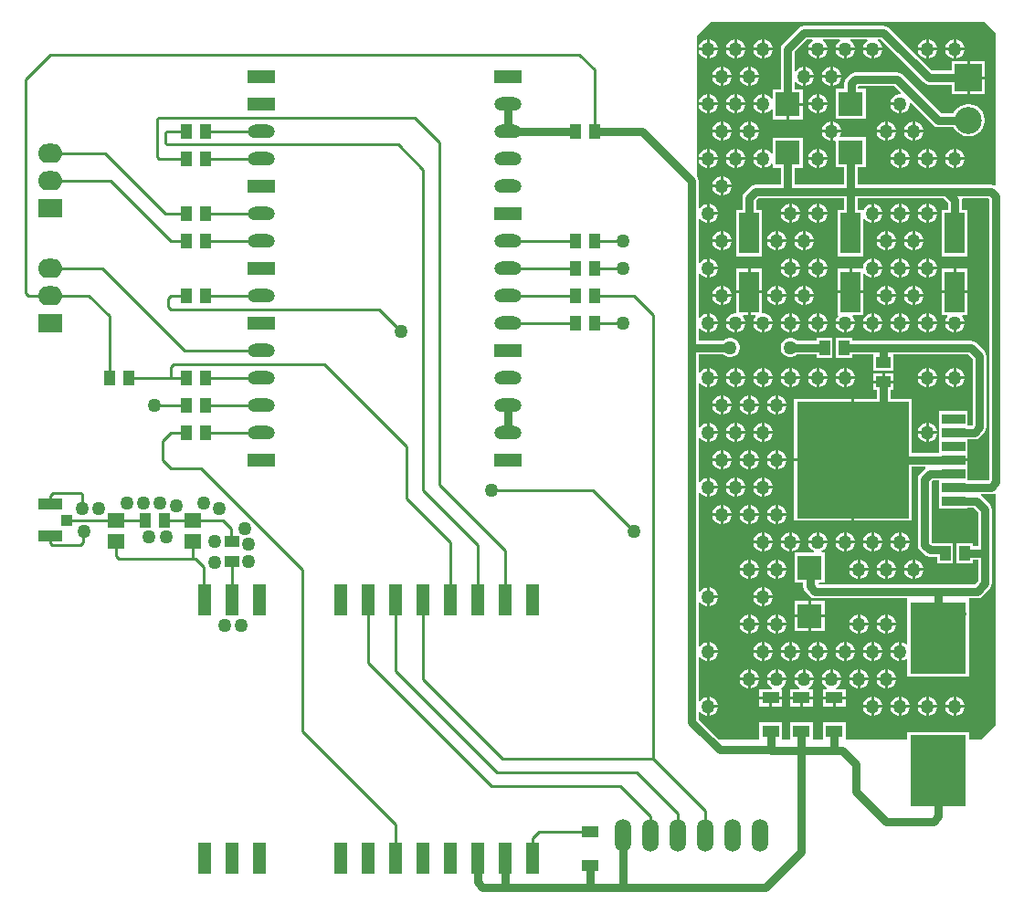
<source format=gtl>
G04*
G04 #@! TF.GenerationSoftware,Altium Limited,Altium Designer,22.1.2 (22)*
G04*
G04 Layer_Physical_Order=1*
G04 Layer_Color=255*
%FSLAX25Y25*%
%MOIN*%
G70*
G04*
G04 #@! TF.SameCoordinates,67B296A2-5763-4B00-A906-6397848AA3EA*
G04*
G04*
G04 #@! TF.FilePolarity,Positive*
G04*
G01*
G75*
%ADD12C,0.01000*%
%ADD34R,0.03937X0.05315*%
%ADD35R,0.06299X0.04331*%
%ADD36R,0.07284X0.14961*%
%ADD37R,0.09055X0.09055*%
%ADD38R,0.20500X0.26000*%
%ADD39R,0.05315X0.03937*%
%ADD40R,0.04134X0.03937*%
%ADD41R,0.08661X0.04134*%
%ADD42R,0.06102X0.05315*%
%ADD43R,0.08504X0.03583*%
%ADD44R,0.40984X0.42520*%
%ADD45C,0.03000*%
%ADD46O,0.05937X0.11874*%
%ADD47R,0.09000X0.07000*%
%ADD48O,0.09000X0.07000*%
%ADD49R,0.10000X0.05000*%
%ADD50O,0.10000X0.05000*%
%ADD51R,0.04921X0.11811*%
%ADD52C,0.09843*%
%ADD53R,0.09843X0.09843*%
%ADD54C,0.05000*%
G36*
X465000Y486000D02*
Y430363D01*
X464559Y430127D01*
X464218Y430355D01*
X463243Y430549D01*
X414549D01*
Y436756D01*
X417528D01*
Y447811D01*
X408355D01*
X408066Y448311D01*
X408261Y448649D01*
X408490Y449500D01*
X405500D01*
Y446511D01*
X405972Y446637D01*
X406472Y446253D01*
Y436756D01*
X409451D01*
Y430549D01*
X391549D01*
Y436614D01*
X394528D01*
Y447669D01*
X383472D01*
Y441986D01*
X382972Y441852D01*
X382801Y442149D01*
X382149Y442801D01*
X381351Y443261D01*
X380500Y443490D01*
Y440000D01*
Y436511D01*
X381351Y436738D01*
X382149Y437199D01*
X382801Y437851D01*
X382972Y438148D01*
X383472Y438014D01*
Y436614D01*
X386451D01*
Y430549D01*
X377343D01*
X376368Y430355D01*
X375541Y429802D01*
X373198Y427459D01*
X372645Y426632D01*
X372451Y425657D01*
Y421209D01*
X370358D01*
Y404248D01*
X379642D01*
Y421209D01*
X377549D01*
Y424601D01*
X378399Y425451D01*
X409451D01*
Y421209D01*
X407358D01*
Y404248D01*
X416642D01*
Y417817D01*
X417142Y417951D01*
X417199Y417851D01*
X417851Y417199D01*
X418649Y416739D01*
X419500Y416510D01*
Y420000D01*
Y423490D01*
X418649Y423261D01*
X417851Y422801D01*
X417199Y422149D01*
X416887Y421607D01*
X416642Y421209D01*
X414549D01*
Y425451D01*
X445944D01*
X447451Y423944D01*
Y421209D01*
X445358D01*
Y404248D01*
X454642D01*
Y421209D01*
X452549D01*
Y425000D01*
X452536Y425065D01*
X452853Y425451D01*
X462187D01*
X462451Y425187D01*
Y322813D01*
X462187Y322549D01*
X454750D01*
Y327209D01*
Y329500D01*
X449498D01*
Y330500D01*
X454750D01*
Y332209D01*
Y337451D01*
X457243D01*
X458218Y337645D01*
X459045Y338198D01*
X460802Y339955D01*
X461355Y340782D01*
X461549Y341757D01*
Y368000D01*
X461355Y368975D01*
X460802Y369802D01*
X457802Y372802D01*
X456976Y373355D01*
X456000Y373549D01*
X412512D01*
Y374658D01*
X406575D01*
Y367342D01*
X412512D01*
Y368451D01*
X420342D01*
Y362575D01*
X427658D01*
Y368451D01*
X454944D01*
X456451Y366944D01*
Y342813D01*
X456187Y342549D01*
X454750D01*
Y347791D01*
X444246D01*
Y342209D01*
Y337209D01*
Y332549D01*
X434258D01*
Y352260D01*
X426549D01*
Y355488D01*
X427658D01*
Y357957D01*
X424000D01*
X420342D01*
Y355488D01*
X421451D01*
Y352260D01*
X413266D01*
Y330000D01*
Y307740D01*
X434258D01*
Y327451D01*
X439268D01*
X439420Y326951D01*
X439198Y326802D01*
X437198Y324802D01*
X436645Y323975D01*
X436451Y323000D01*
Y299000D01*
X436645Y298025D01*
X437198Y297198D01*
X439040Y295355D01*
X439867Y294802D01*
X440842Y294608D01*
X443488D01*
Y292342D01*
X449425D01*
Y299658D01*
X446234D01*
X445988Y299707D01*
X441898D01*
X441549Y300056D01*
Y321944D01*
X442056Y322451D01*
X444246D01*
Y317209D01*
Y312209D01*
X454750D01*
Y312451D01*
X456944D01*
X458451Y310944D01*
Y298549D01*
X456512D01*
Y299658D01*
X450575D01*
Y292342D01*
X456512D01*
Y293451D01*
X458451D01*
Y285806D01*
X457194Y284549D01*
X400399D01*
X400306Y284689D01*
X400573Y285189D01*
X402528D01*
Y296244D01*
X401438D01*
X401351Y296739D01*
X402149Y297199D01*
X402801Y297851D01*
X403262Y298649D01*
X403489Y299500D01*
X396511D01*
X396739Y298649D01*
X397199Y297851D01*
X397851Y297199D01*
X398649Y296739D01*
X398562Y296244D01*
X391472D01*
Y285189D01*
X394593D01*
Y283858D01*
X394787Y282883D01*
X395339Y282056D01*
X397198Y280198D01*
X398025Y279645D01*
X399000Y279451D01*
X432632D01*
X432750Y279000D01*
X432750D01*
Y262853D01*
X432288Y262662D01*
X432149Y262801D01*
X431351Y263262D01*
X430500Y263490D01*
Y260000D01*
Y256510D01*
X431351Y256738D01*
X432149Y257199D01*
X432288Y257338D01*
X432750Y257147D01*
Y251000D01*
X455250D01*
Y273504D01*
X455299Y273750D01*
X455250Y273996D01*
Y279000D01*
X455250D01*
X455368Y279451D01*
X458250D01*
X459226Y279645D01*
X460052Y280198D01*
X462802Y282948D01*
X463355Y283774D01*
X463549Y284750D01*
Y296000D01*
Y312000D01*
X463355Y312976D01*
X462802Y313802D01*
X459802Y316802D01*
X459580Y316951D01*
X459732Y317451D01*
X463243D01*
X464218Y317645D01*
X464559Y317873D01*
X465000Y317637D01*
Y233266D01*
X459678Y227944D01*
X455250Y227946D01*
Y230400D01*
X432750D01*
Y228312D01*
X432396Y227958D01*
X410150Y227971D01*
Y234063D01*
X401850D01*
Y228329D01*
X401497Y227975D01*
X398150Y227977D01*
Y234063D01*
X389850D01*
Y228335D01*
X389497Y227982D01*
X387008Y227983D01*
Y234063D01*
X378709D01*
Y228341D01*
X378355Y227988D01*
X363893Y227996D01*
X356549Y235339D01*
Y237977D01*
X357049Y238111D01*
X357199Y237851D01*
X357851Y237199D01*
X358649Y236738D01*
X359500Y236510D01*
Y240000D01*
Y243490D01*
X358649Y243262D01*
X357851Y242801D01*
X357199Y242149D01*
X357049Y241889D01*
X356549Y242023D01*
Y257977D01*
X357049Y258111D01*
X357199Y257851D01*
X357851Y257199D01*
X358649Y256738D01*
X359500Y256510D01*
Y260000D01*
Y263490D01*
X358649Y263262D01*
X357851Y262801D01*
X357199Y262149D01*
X357049Y261889D01*
X356549Y262023D01*
Y277977D01*
X357049Y278111D01*
X357199Y277851D01*
X357851Y277199D01*
X358649Y276739D01*
X359500Y276511D01*
Y280000D01*
Y283489D01*
X358649Y283261D01*
X357851Y282801D01*
X357199Y282149D01*
X357049Y281889D01*
X356549Y282023D01*
Y317977D01*
X357049Y318111D01*
X357199Y317851D01*
X357851Y317199D01*
X358649Y316739D01*
X359500Y316511D01*
Y320000D01*
Y323489D01*
X358649Y323261D01*
X357851Y322801D01*
X357199Y322149D01*
X357049Y321889D01*
X356549Y322023D01*
Y337977D01*
X357049Y338111D01*
X357199Y337851D01*
X357851Y337199D01*
X358649Y336738D01*
X359500Y336510D01*
Y340000D01*
Y343490D01*
X358649Y343262D01*
X357851Y342801D01*
X357199Y342149D01*
X357049Y341889D01*
X356549Y342023D01*
Y357977D01*
X357049Y358111D01*
X357199Y357851D01*
X357851Y357199D01*
X358649Y356738D01*
X359500Y356510D01*
Y360000D01*
Y363490D01*
X358649Y363262D01*
X357851Y362801D01*
X357199Y362149D01*
X357049Y361889D01*
X356549Y362023D01*
Y368451D01*
X365599D01*
X365851Y368199D01*
X366649Y367739D01*
X367539Y367500D01*
X368461D01*
X369351Y367739D01*
X370149Y368199D01*
X370801Y368851D01*
X371262Y369649D01*
X371500Y370539D01*
Y371461D01*
X371262Y372351D01*
X370801Y373149D01*
X370149Y373801D01*
X369351Y374261D01*
X368461Y374500D01*
X367539D01*
X366649Y374261D01*
X365851Y373801D01*
X365599Y373549D01*
X356549D01*
Y377977D01*
X357049Y378111D01*
X357199Y377851D01*
X357851Y377199D01*
X358649Y376739D01*
X359500Y376511D01*
Y380000D01*
Y383489D01*
X358649Y383261D01*
X357851Y382801D01*
X357199Y382149D01*
X357049Y381889D01*
X356549Y382023D01*
Y397977D01*
X357049Y398111D01*
X357199Y397851D01*
X357851Y397199D01*
X358649Y396739D01*
X359500Y396511D01*
Y400000D01*
Y403489D01*
X358649Y403262D01*
X357851Y402801D01*
X357199Y402149D01*
X357049Y401889D01*
X356549Y402023D01*
Y417977D01*
X357049Y418111D01*
X357199Y417851D01*
X357851Y417199D01*
X358649Y416739D01*
X359500Y416510D01*
Y420000D01*
Y423490D01*
X358649Y423261D01*
X357851Y422801D01*
X357199Y422149D01*
X357049Y421889D01*
X356549Y422023D01*
Y432000D01*
X356355Y432975D01*
X356000Y433507D01*
Y485000D01*
X360972Y489972D01*
X461028D01*
X465000Y486000D01*
D02*
G37*
%LPC*%
G36*
X450500Y483490D02*
Y480500D01*
X453489D01*
X453262Y481351D01*
X452801Y482149D01*
X452149Y482801D01*
X451351Y483261D01*
X450500Y483490D01*
D02*
G37*
G36*
X449500D02*
X448649Y483261D01*
X447851Y482801D01*
X447199Y482149D01*
X446738Y481351D01*
X446511Y480500D01*
X449500D01*
Y483490D01*
D02*
G37*
G36*
X440500D02*
Y480500D01*
X443490D01*
X443261Y481351D01*
X442801Y482149D01*
X442149Y482801D01*
X441351Y483261D01*
X440500Y483490D01*
D02*
G37*
G36*
X439500D02*
X438649Y483261D01*
X437851Y482801D01*
X437199Y482149D01*
X436738Y481351D01*
X436511Y480500D01*
X439500D01*
Y483490D01*
D02*
G37*
G36*
X380500D02*
Y480500D01*
X383489D01*
X383261Y481351D01*
X382801Y482149D01*
X382149Y482801D01*
X381351Y483261D01*
X380500Y483490D01*
D02*
G37*
G36*
X379500D02*
X378649Y483261D01*
X377851Y482801D01*
X377199Y482149D01*
X376739Y481351D01*
X376511Y480500D01*
X379500D01*
Y483490D01*
D02*
G37*
G36*
X370500D02*
Y480500D01*
X373489D01*
X373261Y481351D01*
X372801Y482149D01*
X372149Y482801D01*
X371351Y483261D01*
X370500Y483490D01*
D02*
G37*
G36*
X369500D02*
X368649Y483261D01*
X367851Y482801D01*
X367199Y482149D01*
X366739Y481351D01*
X366511Y480500D01*
X369500D01*
Y483490D01*
D02*
G37*
G36*
X360500D02*
Y480500D01*
X363490D01*
X363262Y481351D01*
X362801Y482149D01*
X362149Y482801D01*
X361351Y483261D01*
X360500Y483490D01*
D02*
G37*
G36*
X359500D02*
X358649Y483261D01*
X357851Y482801D01*
X357199Y482149D01*
X356738Y481351D01*
X356510Y480500D01*
X359500D01*
Y483490D01*
D02*
G37*
G36*
X453489Y479500D02*
X450500D01*
Y476510D01*
X451351Y476739D01*
X452149Y477199D01*
X452801Y477851D01*
X453262Y478649D01*
X453489Y479500D01*
D02*
G37*
G36*
X449500D02*
X446511D01*
X446738Y478649D01*
X447199Y477851D01*
X447851Y477199D01*
X448649Y476739D01*
X449500Y476510D01*
Y479500D01*
D02*
G37*
G36*
X443490D02*
X440500D01*
Y476510D01*
X441351Y476739D01*
X442149Y477199D01*
X442801Y477851D01*
X443261Y478649D01*
X443490Y479500D01*
D02*
G37*
G36*
X439500D02*
X436511D01*
X436738Y478649D01*
X437199Y477851D01*
X437851Y477199D01*
X438649Y476739D01*
X439500Y476510D01*
Y479500D01*
D02*
G37*
G36*
X423490D02*
X420500D01*
Y476510D01*
X421351Y476739D01*
X422149Y477199D01*
X422801Y477851D01*
X423261Y478649D01*
X423490Y479500D01*
D02*
G37*
G36*
X419500D02*
X416510D01*
X416739Y478649D01*
X417199Y477851D01*
X417851Y477199D01*
X418649Y476739D01*
X419500Y476510D01*
Y479500D01*
D02*
G37*
G36*
X413489D02*
X410500D01*
Y476510D01*
X411351Y476739D01*
X412149Y477199D01*
X412801Y477851D01*
X413262Y478649D01*
X413489Y479500D01*
D02*
G37*
G36*
X409500D02*
X406510D01*
X406739Y478649D01*
X407199Y477851D01*
X407851Y477199D01*
X408649Y476739D01*
X409500Y476510D01*
Y479500D01*
D02*
G37*
G36*
X403489D02*
X400500D01*
Y476510D01*
X401351Y476739D01*
X402149Y477199D01*
X402801Y477851D01*
X403262Y478649D01*
X403489Y479500D01*
D02*
G37*
G36*
X399500D02*
X396511D01*
X396739Y478649D01*
X397199Y477851D01*
X397851Y477199D01*
X398649Y476739D01*
X399500Y476510D01*
Y479500D01*
D02*
G37*
G36*
X383489D02*
X380500D01*
Y476510D01*
X381351Y476739D01*
X382149Y477199D01*
X382801Y477851D01*
X383261Y478649D01*
X383489Y479500D01*
D02*
G37*
G36*
X379500D02*
X376511D01*
X376739Y478649D01*
X377199Y477851D01*
X377851Y477199D01*
X378649Y476739D01*
X379500Y476510D01*
Y479500D01*
D02*
G37*
G36*
X373489D02*
X370500D01*
Y476510D01*
X371351Y476739D01*
X372149Y477199D01*
X372801Y477851D01*
X373261Y478649D01*
X373489Y479500D01*
D02*
G37*
G36*
X369500D02*
X366511D01*
X366739Y478649D01*
X367199Y477851D01*
X367851Y477199D01*
X368649Y476739D01*
X369500Y476510D01*
Y479500D01*
D02*
G37*
G36*
X363490D02*
X360500D01*
Y476510D01*
X361351Y476739D01*
X362149Y477199D01*
X362801Y477851D01*
X363262Y478649D01*
X363490Y479500D01*
D02*
G37*
G36*
X359500D02*
X356510D01*
X356738Y478649D01*
X357199Y477851D01*
X357851Y477199D01*
X358649Y476739D01*
X359500Y476510D01*
Y479500D01*
D02*
G37*
G36*
X405500Y473490D02*
Y470500D01*
X408490D01*
X408261Y471351D01*
X407801Y472149D01*
X407149Y472801D01*
X406351Y473261D01*
X405500Y473490D01*
D02*
G37*
G36*
X404500D02*
X403649Y473261D01*
X402851Y472801D01*
X402199Y472149D01*
X401739Y471351D01*
X401510Y470500D01*
X404500D01*
Y473490D01*
D02*
G37*
G36*
X395500D02*
Y470500D01*
X398489D01*
X398261Y471351D01*
X397801Y472149D01*
X397149Y472801D01*
X396351Y473261D01*
X395500Y473490D01*
D02*
G37*
G36*
X375500D02*
Y470500D01*
X378489D01*
X378261Y471351D01*
X377801Y472149D01*
X377149Y472801D01*
X376351Y473261D01*
X375500Y473490D01*
D02*
G37*
G36*
X374500D02*
X373649Y473261D01*
X372851Y472801D01*
X372199Y472149D01*
X371739Y471351D01*
X371511Y470500D01*
X374500D01*
Y473490D01*
D02*
G37*
G36*
X365500D02*
Y470500D01*
X368490D01*
X368262Y471351D01*
X367801Y472149D01*
X367149Y472801D01*
X366351Y473261D01*
X365500Y473490D01*
D02*
G37*
G36*
X364500D02*
X363649Y473261D01*
X362851Y472801D01*
X362199Y472149D01*
X361738Y471351D01*
X361510Y470500D01*
X364500D01*
Y473490D01*
D02*
G37*
G36*
X460921Y475472D02*
X455500D01*
Y470051D01*
X460921D01*
Y475472D01*
D02*
G37*
G36*
X408490Y469500D02*
X405500D01*
Y466510D01*
X406351Y466739D01*
X407149Y467199D01*
X407801Y467851D01*
X408261Y468649D01*
X408490Y469500D01*
D02*
G37*
G36*
X404500D02*
X401510D01*
X401739Y468649D01*
X402199Y467851D01*
X402851Y467199D01*
X403649Y466739D01*
X404500Y466510D01*
Y469500D01*
D02*
G37*
G36*
X398489D02*
X395500D01*
Y466510D01*
X396351Y466739D01*
X397149Y467199D01*
X397801Y467851D01*
X398261Y468649D01*
X398489Y469500D01*
D02*
G37*
G36*
X378489D02*
X375500D01*
Y466510D01*
X376351Y466739D01*
X377149Y467199D01*
X377801Y467851D01*
X378261Y468649D01*
X378489Y469500D01*
D02*
G37*
G36*
X374500D02*
X371511D01*
X371739Y468649D01*
X372199Y467851D01*
X372851Y467199D01*
X373649Y466739D01*
X374500Y466510D01*
Y469500D01*
D02*
G37*
G36*
X368490D02*
X365500D01*
Y466510D01*
X366351Y466739D01*
X367149Y467199D01*
X367801Y467851D01*
X368262Y468649D01*
X368490Y469500D01*
D02*
G37*
G36*
X364500D02*
X361510D01*
X361738Y468649D01*
X362199Y467851D01*
X362851Y467199D01*
X363649Y466739D01*
X364500Y466510D01*
Y469500D01*
D02*
G37*
G36*
X460921Y469051D02*
X455500D01*
Y463630D01*
X460921D01*
Y469051D01*
D02*
G37*
G36*
X424000Y488549D02*
X395000D01*
X394024Y488355D01*
X393198Y487802D01*
X387198Y481802D01*
X386645Y480975D01*
X386451Y480000D01*
Y465386D01*
X383472D01*
Y461986D01*
X382972Y461852D01*
X382801Y462149D01*
X382149Y462801D01*
X381351Y463262D01*
X380500Y463489D01*
Y460000D01*
Y456510D01*
X381351Y456739D01*
X382149Y457199D01*
X382801Y457851D01*
X382972Y458148D01*
X383472Y458014D01*
Y454331D01*
X388500D01*
Y459858D01*
X389000D01*
Y460358D01*
X394528D01*
Y465386D01*
X391549D01*
Y467977D01*
X392049Y468111D01*
X392199Y467851D01*
X392851Y467199D01*
X393649Y466739D01*
X394500Y466510D01*
Y470000D01*
Y473490D01*
X393649Y473261D01*
X392851Y472801D01*
X392199Y472149D01*
X392049Y471889D01*
X391549Y472023D01*
Y478944D01*
X396056Y483451D01*
X397977D01*
X398111Y482951D01*
X397851Y482801D01*
X397199Y482149D01*
X396739Y481351D01*
X396511Y480500D01*
X403489D01*
X403262Y481351D01*
X402801Y482149D01*
X402149Y482801D01*
X401889Y482951D01*
X402023Y483451D01*
X407977D01*
X408111Y482951D01*
X407851Y482801D01*
X407199Y482149D01*
X406739Y481351D01*
X406510Y480500D01*
X413489D01*
X413262Y481351D01*
X412801Y482149D01*
X412149Y482801D01*
X411889Y482951D01*
X412023Y483451D01*
X417977D01*
X418111Y482951D01*
X417851Y482801D01*
X417199Y482149D01*
X416739Y481351D01*
X416510Y480500D01*
X423490D01*
X423261Y481351D01*
X422801Y482149D01*
X422149Y482801D01*
X421889Y482951D01*
X422023Y483451D01*
X422944D01*
X438646Y467749D01*
X439473Y467196D01*
X440449Y467002D01*
X449079D01*
Y463630D01*
X454500D01*
Y469551D01*
Y475472D01*
X449079D01*
Y472100D01*
X441505D01*
X425802Y487802D01*
X424975Y488355D01*
X424000Y488549D01*
D02*
G37*
G36*
X400500Y463489D02*
Y460500D01*
X403489D01*
X403262Y461351D01*
X402801Y462149D01*
X402149Y462801D01*
X401351Y463262D01*
X400500Y463489D01*
D02*
G37*
G36*
X399500D02*
X398649Y463262D01*
X397851Y462801D01*
X397199Y462149D01*
X396739Y461351D01*
X396511Y460500D01*
X399500D01*
Y463489D01*
D02*
G37*
G36*
X379500D02*
X378649Y463262D01*
X377851Y462801D01*
X377199Y462149D01*
X376739Y461351D01*
X376511Y460500D01*
X379500D01*
Y463489D01*
D02*
G37*
G36*
X370500D02*
Y460500D01*
X373489D01*
X373261Y461351D01*
X372801Y462149D01*
X372149Y462801D01*
X371351Y463262D01*
X370500Y463489D01*
D02*
G37*
G36*
X369500D02*
X368649Y463262D01*
X367851Y462801D01*
X367199Y462149D01*
X366739Y461351D01*
X366511Y460500D01*
X369500D01*
Y463489D01*
D02*
G37*
G36*
X360500D02*
Y460500D01*
X363490D01*
X363262Y461351D01*
X362801Y462149D01*
X362149Y462801D01*
X361351Y463262D01*
X360500Y463489D01*
D02*
G37*
G36*
X359500D02*
X358649Y463262D01*
X357851Y462801D01*
X357199Y462149D01*
X356738Y461351D01*
X356510Y460500D01*
X359500D01*
Y463489D01*
D02*
G37*
G36*
X429500Y459500D02*
X426510D01*
X426739Y458649D01*
X427199Y457851D01*
X427851Y457199D01*
X428649Y456739D01*
X429500Y456510D01*
Y459500D01*
D02*
G37*
G36*
X403489D02*
X400500D01*
Y456510D01*
X401351Y456739D01*
X402149Y457199D01*
X402801Y457851D01*
X403262Y458649D01*
X403489Y459500D01*
D02*
G37*
G36*
X399500D02*
X396511D01*
X396739Y458649D01*
X397199Y457851D01*
X397851Y457199D01*
X398649Y456739D01*
X399500Y456510D01*
Y459500D01*
D02*
G37*
G36*
X379500D02*
X376511D01*
X376739Y458649D01*
X377199Y457851D01*
X377851Y457199D01*
X378649Y456739D01*
X379500Y456510D01*
Y459500D01*
D02*
G37*
G36*
X373489D02*
X370500D01*
Y456510D01*
X371351Y456739D01*
X372149Y457199D01*
X372801Y457851D01*
X373261Y458649D01*
X373489Y459500D01*
D02*
G37*
G36*
X369500D02*
X366511D01*
X366739Y458649D01*
X367199Y457851D01*
X367851Y457199D01*
X368649Y456739D01*
X369500Y456510D01*
Y459500D01*
D02*
G37*
G36*
X363490D02*
X360500D01*
Y456510D01*
X361351Y456739D01*
X362149Y457199D01*
X362801Y457851D01*
X363262Y458649D01*
X363490Y459500D01*
D02*
G37*
G36*
X359500D02*
X356510D01*
X356738Y458649D01*
X357199Y457851D01*
X357851Y457199D01*
X358649Y456739D01*
X359500Y456510D01*
Y459500D01*
D02*
G37*
G36*
X394528Y459358D02*
X389500D01*
Y454331D01*
X394528D01*
Y459358D01*
D02*
G37*
G36*
X435500Y453489D02*
Y450500D01*
X438489D01*
X438262Y451351D01*
X437801Y452149D01*
X437149Y452801D01*
X436351Y453262D01*
X435500Y453489D01*
D02*
G37*
G36*
X434500D02*
X433649Y453262D01*
X432851Y452801D01*
X432199Y452149D01*
X431739Y451351D01*
X431510Y450500D01*
X434500D01*
Y453489D01*
D02*
G37*
G36*
X425500D02*
Y450500D01*
X428489D01*
X428262Y451351D01*
X427801Y452149D01*
X427149Y452801D01*
X426351Y453262D01*
X425500Y453489D01*
D02*
G37*
G36*
X424500D02*
X423649Y453262D01*
X422851Y452801D01*
X422199Y452149D01*
X421738Y451351D01*
X421511Y450500D01*
X424500D01*
Y453489D01*
D02*
G37*
G36*
X405500D02*
Y450500D01*
X408490D01*
X408261Y451351D01*
X407801Y452149D01*
X407149Y452801D01*
X406351Y453262D01*
X405500Y453489D01*
D02*
G37*
G36*
X404500D02*
X403649Y453262D01*
X402851Y452801D01*
X402199Y452149D01*
X401739Y451351D01*
X401510Y450500D01*
X404500D01*
Y453489D01*
D02*
G37*
G36*
X375500D02*
Y450500D01*
X378489D01*
X378261Y451351D01*
X377801Y452149D01*
X377149Y452801D01*
X376351Y453262D01*
X375500Y453489D01*
D02*
G37*
G36*
X374500D02*
X373649Y453262D01*
X372851Y452801D01*
X372199Y452149D01*
X371739Y451351D01*
X371511Y450500D01*
X374500D01*
Y453489D01*
D02*
G37*
G36*
X365500D02*
Y450500D01*
X368490D01*
X368262Y451351D01*
X367801Y452149D01*
X367149Y452801D01*
X366351Y453262D01*
X365500Y453489D01*
D02*
G37*
G36*
X364500D02*
X363649Y453262D01*
X362851Y452801D01*
X362199Y452149D01*
X361738Y451351D01*
X361510Y450500D01*
X364500D01*
Y453489D01*
D02*
G37*
G36*
X429000Y471549D02*
X413757D01*
X412782Y471355D01*
X411955Y470802D01*
X410369Y469217D01*
X409817Y468390D01*
X409623Y467414D01*
Y465528D01*
X406472D01*
Y454472D01*
X417528D01*
Y465528D01*
X414721D01*
Y466358D01*
X414813Y466451D01*
X427944D01*
X430395Y464000D01*
X430188Y463500D01*
X429539D01*
X428649Y463262D01*
X427851Y462801D01*
X427199Y462149D01*
X426739Y461351D01*
X426510Y460500D01*
X430000D01*
Y460000D01*
X430500D01*
Y456510D01*
X431351Y456739D01*
X432149Y457199D01*
X432801Y457851D01*
X433261Y458649D01*
X433500Y459539D01*
Y460188D01*
X434000Y460395D01*
X442198Y452198D01*
X443024Y451645D01*
X444000Y451451D01*
X449647D01*
X449753Y451195D01*
X450401Y450225D01*
X451225Y449401D01*
X452195Y448753D01*
X453273Y448306D01*
X454417Y448079D01*
X455583D01*
X456727Y448306D01*
X457805Y448753D01*
X458775Y449401D01*
X459599Y450225D01*
X460247Y451195D01*
X460694Y452273D01*
X460921Y453417D01*
Y454583D01*
X460694Y455727D01*
X460247Y456805D01*
X459599Y457775D01*
X458775Y458599D01*
X457805Y459247D01*
X456727Y459694D01*
X455583Y459921D01*
X454417D01*
X453273Y459694D01*
X452195Y459247D01*
X451225Y458599D01*
X450401Y457775D01*
X449753Y456805D01*
X449647Y456549D01*
X445056D01*
X430802Y470802D01*
X429976Y471355D01*
X429000Y471549D01*
D02*
G37*
G36*
X438489Y449500D02*
X435500D01*
Y446511D01*
X436351Y446738D01*
X437149Y447199D01*
X437801Y447851D01*
X438262Y448649D01*
X438489Y449500D01*
D02*
G37*
G36*
X434500D02*
X431510D01*
X431739Y448649D01*
X432199Y447851D01*
X432851Y447199D01*
X433649Y446738D01*
X434500Y446511D01*
Y449500D01*
D02*
G37*
G36*
X428489D02*
X425500D01*
Y446511D01*
X426351Y446738D01*
X427149Y447199D01*
X427801Y447851D01*
X428262Y448649D01*
X428489Y449500D01*
D02*
G37*
G36*
X424500D02*
X421511D01*
X421738Y448649D01*
X422199Y447851D01*
X422851Y447199D01*
X423649Y446738D01*
X424500Y446511D01*
Y449500D01*
D02*
G37*
G36*
X404500D02*
X401510D01*
X401739Y448649D01*
X402199Y447851D01*
X402851Y447199D01*
X403649Y446738D01*
X404500Y446511D01*
Y449500D01*
D02*
G37*
G36*
X378489D02*
X375500D01*
Y446511D01*
X376351Y446738D01*
X377149Y447199D01*
X377801Y447851D01*
X378261Y448649D01*
X378489Y449500D01*
D02*
G37*
G36*
X374500D02*
X371511D01*
X371739Y448649D01*
X372199Y447851D01*
X372851Y447199D01*
X373649Y446738D01*
X374500Y446511D01*
Y449500D01*
D02*
G37*
G36*
X368490D02*
X365500D01*
Y446511D01*
X366351Y446738D01*
X367149Y447199D01*
X367801Y447851D01*
X368262Y448649D01*
X368490Y449500D01*
D02*
G37*
G36*
X364500D02*
X361510D01*
X361738Y448649D01*
X362199Y447851D01*
X362851Y447199D01*
X363649Y446738D01*
X364500Y446511D01*
Y449500D01*
D02*
G37*
G36*
X450500Y443490D02*
Y440500D01*
X453489D01*
X453262Y441351D01*
X452801Y442149D01*
X452149Y442801D01*
X451351Y443261D01*
X450500Y443490D01*
D02*
G37*
G36*
X449500D02*
X448649Y443261D01*
X447851Y442801D01*
X447199Y442149D01*
X446738Y441351D01*
X446511Y440500D01*
X449500D01*
Y443490D01*
D02*
G37*
G36*
X440500D02*
Y440500D01*
X443490D01*
X443261Y441351D01*
X442801Y442149D01*
X442149Y442801D01*
X441351Y443261D01*
X440500Y443490D01*
D02*
G37*
G36*
X439500D02*
X438649Y443261D01*
X437851Y442801D01*
X437199Y442149D01*
X436738Y441351D01*
X436511Y440500D01*
X439500D01*
Y443490D01*
D02*
G37*
G36*
X430500D02*
Y440500D01*
X433490D01*
X433261Y441351D01*
X432801Y442149D01*
X432149Y442801D01*
X431351Y443261D01*
X430500Y443490D01*
D02*
G37*
G36*
X429500D02*
X428649Y443261D01*
X427851Y442801D01*
X427199Y442149D01*
X426739Y441351D01*
X426510Y440500D01*
X429500D01*
Y443490D01*
D02*
G37*
G36*
X400500D02*
Y440500D01*
X403489D01*
X403262Y441351D01*
X402801Y442149D01*
X402149Y442801D01*
X401351Y443261D01*
X400500Y443490D01*
D02*
G37*
G36*
X399500D02*
X398649Y443261D01*
X397851Y442801D01*
X397199Y442149D01*
X396739Y441351D01*
X396511Y440500D01*
X399500D01*
Y443490D01*
D02*
G37*
G36*
X379500D02*
X378649Y443261D01*
X377851Y442801D01*
X377199Y442149D01*
X376739Y441351D01*
X376511Y440500D01*
X379500D01*
Y443490D01*
D02*
G37*
G36*
X370500D02*
Y440500D01*
X373489D01*
X373261Y441351D01*
X372801Y442149D01*
X372149Y442801D01*
X371351Y443261D01*
X370500Y443490D01*
D02*
G37*
G36*
X369500D02*
X368649Y443261D01*
X367851Y442801D01*
X367199Y442149D01*
X366739Y441351D01*
X366511Y440500D01*
X369500D01*
Y443490D01*
D02*
G37*
G36*
X360500D02*
Y440500D01*
X363490D01*
X363262Y441351D01*
X362801Y442149D01*
X362149Y442801D01*
X361351Y443261D01*
X360500Y443490D01*
D02*
G37*
G36*
X359500D02*
X358649Y443261D01*
X357851Y442801D01*
X357199Y442149D01*
X356738Y441351D01*
X356510Y440500D01*
X359500D01*
Y443490D01*
D02*
G37*
G36*
X453489Y439500D02*
X450500D01*
Y436511D01*
X451351Y436738D01*
X452149Y437199D01*
X452801Y437851D01*
X453262Y438649D01*
X453489Y439500D01*
D02*
G37*
G36*
X449500D02*
X446511D01*
X446738Y438649D01*
X447199Y437851D01*
X447851Y437199D01*
X448649Y436738D01*
X449500Y436511D01*
Y439500D01*
D02*
G37*
G36*
X443490D02*
X440500D01*
Y436511D01*
X441351Y436738D01*
X442149Y437199D01*
X442801Y437851D01*
X443261Y438649D01*
X443490Y439500D01*
D02*
G37*
G36*
X439500D02*
X436511D01*
X436738Y438649D01*
X437199Y437851D01*
X437851Y437199D01*
X438649Y436738D01*
X439500Y436511D01*
Y439500D01*
D02*
G37*
G36*
X433490D02*
X430500D01*
Y436511D01*
X431351Y436738D01*
X432149Y437199D01*
X432801Y437851D01*
X433261Y438649D01*
X433490Y439500D01*
D02*
G37*
G36*
X429500D02*
X426510D01*
X426739Y438649D01*
X427199Y437851D01*
X427851Y437199D01*
X428649Y436738D01*
X429500Y436511D01*
Y439500D01*
D02*
G37*
G36*
X403489D02*
X400500D01*
Y436511D01*
X401351Y436738D01*
X402149Y437199D01*
X402801Y437851D01*
X403262Y438649D01*
X403489Y439500D01*
D02*
G37*
G36*
X399500D02*
X396511D01*
X396739Y438649D01*
X397199Y437851D01*
X397851Y437199D01*
X398649Y436738D01*
X399500Y436511D01*
Y439500D01*
D02*
G37*
G36*
X379500D02*
X376511D01*
X376739Y438649D01*
X377199Y437851D01*
X377851Y437199D01*
X378649Y436738D01*
X379500Y436511D01*
Y439500D01*
D02*
G37*
G36*
X373489D02*
X370500D01*
Y436511D01*
X371351Y436738D01*
X372149Y437199D01*
X372801Y437851D01*
X373261Y438649D01*
X373489Y439500D01*
D02*
G37*
G36*
X369500D02*
X366511D01*
X366739Y438649D01*
X367199Y437851D01*
X367851Y437199D01*
X368649Y436738D01*
X369500Y436511D01*
Y439500D01*
D02*
G37*
G36*
X363490D02*
X360500D01*
Y436511D01*
X361351Y436738D01*
X362149Y437199D01*
X362801Y437851D01*
X363262Y438649D01*
X363490Y439500D01*
D02*
G37*
G36*
X359500D02*
X356510D01*
X356738Y438649D01*
X357199Y437851D01*
X357851Y437199D01*
X358649Y436738D01*
X359500Y436511D01*
Y439500D01*
D02*
G37*
G36*
X365500Y433490D02*
Y430500D01*
X368490D01*
X368262Y431351D01*
X367801Y432149D01*
X367149Y432801D01*
X366351Y433261D01*
X365500Y433490D01*
D02*
G37*
G36*
X364500D02*
X363649Y433261D01*
X362851Y432801D01*
X362199Y432149D01*
X361738Y431351D01*
X361510Y430500D01*
X364500D01*
Y433490D01*
D02*
G37*
G36*
X368490Y429500D02*
X365500D01*
Y426510D01*
X366351Y426739D01*
X367149Y427199D01*
X367801Y427851D01*
X368262Y428649D01*
X368490Y429500D01*
D02*
G37*
G36*
X364500D02*
X361510D01*
X361738Y428649D01*
X362199Y427851D01*
X362851Y427199D01*
X363649Y426739D01*
X364500Y426510D01*
Y429500D01*
D02*
G37*
G36*
X440500Y423490D02*
Y420500D01*
X443490D01*
X443261Y421351D01*
X442801Y422149D01*
X442149Y422801D01*
X441351Y423261D01*
X440500Y423490D01*
D02*
G37*
G36*
X439500D02*
X438649Y423261D01*
X437851Y422801D01*
X437199Y422149D01*
X436738Y421351D01*
X436511Y420500D01*
X439500D01*
Y423490D01*
D02*
G37*
G36*
X430500D02*
Y420500D01*
X433490D01*
X433261Y421351D01*
X432801Y422149D01*
X432149Y422801D01*
X431351Y423261D01*
X430500Y423490D01*
D02*
G37*
G36*
X429500D02*
X428649Y423261D01*
X427851Y422801D01*
X427199Y422149D01*
X426739Y421351D01*
X426510Y420500D01*
X429500D01*
Y423490D01*
D02*
G37*
G36*
X420500D02*
Y420500D01*
X423490D01*
X423261Y421351D01*
X422801Y422149D01*
X422149Y422801D01*
X421351Y423261D01*
X420500Y423490D01*
D02*
G37*
G36*
X400500D02*
Y420500D01*
X403489D01*
X403262Y421351D01*
X402801Y422149D01*
X402149Y422801D01*
X401351Y423261D01*
X400500Y423490D01*
D02*
G37*
G36*
X399500D02*
X398649Y423261D01*
X397851Y422801D01*
X397199Y422149D01*
X396739Y421351D01*
X396511Y420500D01*
X399500D01*
Y423490D01*
D02*
G37*
G36*
X390500D02*
Y420500D01*
X393490D01*
X393262Y421351D01*
X392801Y422149D01*
X392149Y422801D01*
X391351Y423261D01*
X390500Y423490D01*
D02*
G37*
G36*
X389500D02*
X388649Y423261D01*
X387851Y422801D01*
X387199Y422149D01*
X386738Y421351D01*
X386510Y420500D01*
X389500D01*
Y423490D01*
D02*
G37*
G36*
X360500D02*
Y420500D01*
X363490D01*
X363262Y421351D01*
X362801Y422149D01*
X362149Y422801D01*
X361351Y423261D01*
X360500Y423490D01*
D02*
G37*
G36*
X443490Y419500D02*
X440500D01*
Y416510D01*
X441351Y416739D01*
X442149Y417199D01*
X442801Y417851D01*
X443261Y418649D01*
X443490Y419500D01*
D02*
G37*
G36*
X439500D02*
X436511D01*
X436738Y418649D01*
X437199Y417851D01*
X437851Y417199D01*
X438649Y416739D01*
X439500Y416510D01*
Y419500D01*
D02*
G37*
G36*
X433490D02*
X430500D01*
Y416510D01*
X431351Y416739D01*
X432149Y417199D01*
X432801Y417851D01*
X433261Y418649D01*
X433490Y419500D01*
D02*
G37*
G36*
X429500D02*
X426510D01*
X426739Y418649D01*
X427199Y417851D01*
X427851Y417199D01*
X428649Y416739D01*
X429500Y416510D01*
Y419500D01*
D02*
G37*
G36*
X423490D02*
X420500D01*
Y416510D01*
X421351Y416739D01*
X422149Y417199D01*
X422801Y417851D01*
X423261Y418649D01*
X423490Y419500D01*
D02*
G37*
G36*
X403489D02*
X400500D01*
Y416510D01*
X401351Y416739D01*
X402149Y417199D01*
X402801Y417851D01*
X403262Y418649D01*
X403489Y419500D01*
D02*
G37*
G36*
X399500D02*
X396511D01*
X396739Y418649D01*
X397199Y417851D01*
X397851Y417199D01*
X398649Y416739D01*
X399500Y416510D01*
Y419500D01*
D02*
G37*
G36*
X393490D02*
X390500D01*
Y416510D01*
X391351Y416739D01*
X392149Y417199D01*
X392801Y417851D01*
X393262Y418649D01*
X393490Y419500D01*
D02*
G37*
G36*
X389500D02*
X386510D01*
X386738Y418649D01*
X387199Y417851D01*
X387851Y417199D01*
X388649Y416739D01*
X389500Y416510D01*
Y419500D01*
D02*
G37*
G36*
X363490D02*
X360500D01*
Y416510D01*
X361351Y416739D01*
X362149Y417199D01*
X362801Y417851D01*
X363262Y418649D01*
X363490Y419500D01*
D02*
G37*
G36*
X435500Y413489D02*
Y410500D01*
X438489D01*
X438262Y411351D01*
X437801Y412149D01*
X437149Y412801D01*
X436351Y413262D01*
X435500Y413489D01*
D02*
G37*
G36*
X434500D02*
X433649Y413262D01*
X432851Y412801D01*
X432199Y412149D01*
X431739Y411351D01*
X431510Y410500D01*
X434500D01*
Y413489D01*
D02*
G37*
G36*
X425500D02*
Y410500D01*
X428489D01*
X428262Y411351D01*
X427801Y412149D01*
X427149Y412801D01*
X426351Y413262D01*
X425500Y413489D01*
D02*
G37*
G36*
X424500D02*
X423649Y413262D01*
X422851Y412801D01*
X422199Y412149D01*
X421738Y411351D01*
X421511Y410500D01*
X424500D01*
Y413489D01*
D02*
G37*
G36*
X395500D02*
Y410500D01*
X398489D01*
X398261Y411351D01*
X397801Y412149D01*
X397149Y412801D01*
X396351Y413262D01*
X395500Y413489D01*
D02*
G37*
G36*
X394500D02*
X393649Y413262D01*
X392851Y412801D01*
X392199Y412149D01*
X391739Y411351D01*
X391511Y410500D01*
X394500D01*
Y413489D01*
D02*
G37*
G36*
X385500D02*
Y410500D01*
X388490D01*
X388262Y411351D01*
X387801Y412149D01*
X387149Y412801D01*
X386351Y413262D01*
X385500Y413489D01*
D02*
G37*
G36*
X384500D02*
X383649Y413262D01*
X382851Y412801D01*
X382199Y412149D01*
X381738Y411351D01*
X381510Y410500D01*
X384500D01*
Y413489D01*
D02*
G37*
G36*
X365500D02*
Y410500D01*
X368490D01*
X368262Y411351D01*
X367801Y412149D01*
X367149Y412801D01*
X366351Y413262D01*
X365500Y413489D01*
D02*
G37*
G36*
X364500D02*
X363649Y413262D01*
X362851Y412801D01*
X362199Y412149D01*
X361738Y411351D01*
X361510Y410500D01*
X364500D01*
Y413489D01*
D02*
G37*
G36*
X438489Y409500D02*
X435500D01*
Y406510D01*
X436351Y406739D01*
X437149Y407199D01*
X437801Y407851D01*
X438262Y408649D01*
X438489Y409500D01*
D02*
G37*
G36*
X434500D02*
X431510D01*
X431739Y408649D01*
X432199Y407851D01*
X432851Y407199D01*
X433649Y406739D01*
X434500Y406510D01*
Y409500D01*
D02*
G37*
G36*
X428489D02*
X425500D01*
Y406510D01*
X426351Y406739D01*
X427149Y407199D01*
X427801Y407851D01*
X428262Y408649D01*
X428489Y409500D01*
D02*
G37*
G36*
X424500D02*
X421511D01*
X421738Y408649D01*
X422199Y407851D01*
X422851Y407199D01*
X423649Y406739D01*
X424500Y406510D01*
Y409500D01*
D02*
G37*
G36*
X398489D02*
X395500D01*
Y406510D01*
X396351Y406739D01*
X397149Y407199D01*
X397801Y407851D01*
X398261Y408649D01*
X398489Y409500D01*
D02*
G37*
G36*
X394500D02*
X391511D01*
X391739Y408649D01*
X392199Y407851D01*
X392851Y407199D01*
X393649Y406739D01*
X394500Y406510D01*
Y409500D01*
D02*
G37*
G36*
X388490D02*
X385500D01*
Y406510D01*
X386351Y406739D01*
X387149Y407199D01*
X387801Y407851D01*
X388262Y408649D01*
X388490Y409500D01*
D02*
G37*
G36*
X384500D02*
X381510D01*
X381738Y408649D01*
X382199Y407851D01*
X382851Y407199D01*
X383649Y406739D01*
X384500Y406510D01*
Y409500D01*
D02*
G37*
G36*
X368490D02*
X365500D01*
Y406510D01*
X366351Y406739D01*
X367149Y407199D01*
X367801Y407851D01*
X368262Y408649D01*
X368490Y409500D01*
D02*
G37*
G36*
X364500D02*
X361510D01*
X361738Y408649D01*
X362199Y407851D01*
X362851Y407199D01*
X363649Y406739D01*
X364500Y406510D01*
Y409500D01*
D02*
G37*
G36*
X440500Y403489D02*
Y400500D01*
X443490D01*
X443261Y401351D01*
X442801Y402149D01*
X442149Y402801D01*
X441351Y403262D01*
X440500Y403489D01*
D02*
G37*
G36*
X439500D02*
X438649Y403262D01*
X437851Y402801D01*
X437199Y402149D01*
X436738Y401351D01*
X436511Y400500D01*
X439500D01*
Y403489D01*
D02*
G37*
G36*
X430500D02*
Y400500D01*
X433490D01*
X433261Y401351D01*
X432801Y402149D01*
X432149Y402801D01*
X431351Y403262D01*
X430500Y403489D01*
D02*
G37*
G36*
X429500D02*
X428649Y403262D01*
X427851Y402801D01*
X427199Y402149D01*
X426739Y401351D01*
X426510Y400500D01*
X429500D01*
Y403489D01*
D02*
G37*
G36*
X420500D02*
Y400500D01*
X423490D01*
X423261Y401351D01*
X422801Y402149D01*
X422149Y402801D01*
X421351Y403262D01*
X420500Y403489D01*
D02*
G37*
G36*
X400500D02*
Y400500D01*
X403489D01*
X403262Y401351D01*
X402801Y402149D01*
X402149Y402801D01*
X401351Y403262D01*
X400500Y403489D01*
D02*
G37*
G36*
X399500D02*
X398649Y403262D01*
X397851Y402801D01*
X397199Y402149D01*
X396739Y401351D01*
X396511Y400500D01*
X399500D01*
Y403489D01*
D02*
G37*
G36*
X390500D02*
Y400500D01*
X393490D01*
X393262Y401351D01*
X392801Y402149D01*
X392149Y402801D01*
X391351Y403262D01*
X390500Y403489D01*
D02*
G37*
G36*
X389500D02*
X388649Y403262D01*
X387851Y402801D01*
X387199Y402149D01*
X386738Y401351D01*
X386510Y400500D01*
X389500D01*
Y403489D01*
D02*
G37*
G36*
X360500D02*
Y400500D01*
X363490D01*
X363262Y401351D01*
X362801Y402149D01*
X362149Y402801D01*
X361351Y403262D01*
X360500Y403489D01*
D02*
G37*
G36*
X443490Y399500D02*
X440500D01*
Y396511D01*
X441351Y396739D01*
X442149Y397199D01*
X442801Y397851D01*
X443261Y398649D01*
X443490Y399500D01*
D02*
G37*
G36*
X439500D02*
X436511D01*
X436738Y398649D01*
X437199Y397851D01*
X437851Y397199D01*
X438649Y396739D01*
X439500Y396511D01*
Y399500D01*
D02*
G37*
G36*
X433490D02*
X430500D01*
Y396511D01*
X431351Y396739D01*
X432149Y397199D01*
X432801Y397851D01*
X433261Y398649D01*
X433490Y399500D01*
D02*
G37*
G36*
X429500D02*
X426510D01*
X426739Y398649D01*
X427199Y397851D01*
X427851Y397199D01*
X428649Y396739D01*
X429500Y396511D01*
Y399500D01*
D02*
G37*
G36*
X423490D02*
X420500D01*
Y396511D01*
X421351Y396739D01*
X422149Y397199D01*
X422801Y397851D01*
X423261Y398649D01*
X423490Y399500D01*
D02*
G37*
G36*
X419500Y403489D02*
X418649Y403262D01*
X417851Y402801D01*
X417199Y402149D01*
X416739Y401351D01*
X416500Y400461D01*
Y399752D01*
X412500D01*
Y391772D01*
X416642D01*
Y397817D01*
X417142Y397951D01*
X417199Y397851D01*
X417851Y397199D01*
X418649Y396739D01*
X419500Y396511D01*
Y400000D01*
Y403489D01*
D02*
G37*
G36*
X403489Y399500D02*
X400500D01*
Y396511D01*
X401351Y396739D01*
X402149Y397199D01*
X402801Y397851D01*
X403262Y398649D01*
X403489Y399500D01*
D02*
G37*
G36*
X399500D02*
X396511D01*
X396739Y398649D01*
X397199Y397851D01*
X397851Y397199D01*
X398649Y396739D01*
X399500Y396511D01*
Y399500D01*
D02*
G37*
G36*
X393490D02*
X390500D01*
Y396511D01*
X391351Y396739D01*
X392149Y397199D01*
X392801Y397851D01*
X393262Y398649D01*
X393490Y399500D01*
D02*
G37*
G36*
X389500D02*
X386510D01*
X386738Y398649D01*
X387199Y397851D01*
X387851Y397199D01*
X388649Y396739D01*
X389500Y396511D01*
Y399500D01*
D02*
G37*
G36*
X363490D02*
X360500D01*
Y396511D01*
X361351Y396739D01*
X362149Y397199D01*
X362801Y397851D01*
X363262Y398649D01*
X363490Y399500D01*
D02*
G37*
G36*
X454642Y399752D02*
X450500D01*
Y391772D01*
X454642D01*
Y399752D01*
D02*
G37*
G36*
X449500D02*
X445358D01*
Y391772D01*
X449500D01*
Y399752D01*
D02*
G37*
G36*
X411500D02*
X407358D01*
Y391772D01*
X411500D01*
Y399752D01*
D02*
G37*
G36*
X379642D02*
X375500D01*
Y391772D01*
X379642D01*
Y399752D01*
D02*
G37*
G36*
X374500D02*
X370358D01*
Y391772D01*
X374500D01*
Y399752D01*
D02*
G37*
G36*
X435500Y393490D02*
Y390500D01*
X438489D01*
X438262Y391351D01*
X437801Y392149D01*
X437149Y392801D01*
X436351Y393262D01*
X435500Y393490D01*
D02*
G37*
G36*
X434500D02*
X433649Y393262D01*
X432851Y392801D01*
X432199Y392149D01*
X431739Y391351D01*
X431510Y390500D01*
X434500D01*
Y393490D01*
D02*
G37*
G36*
X425500D02*
Y390500D01*
X428489D01*
X428262Y391351D01*
X427801Y392149D01*
X427149Y392801D01*
X426351Y393262D01*
X425500Y393490D01*
D02*
G37*
G36*
X424500D02*
X423649Y393262D01*
X422851Y392801D01*
X422199Y392149D01*
X421738Y391351D01*
X421511Y390500D01*
X424500D01*
Y393490D01*
D02*
G37*
G36*
X395500D02*
Y390500D01*
X398489D01*
X398261Y391351D01*
X397801Y392149D01*
X397149Y392801D01*
X396351Y393262D01*
X395500Y393490D01*
D02*
G37*
G36*
X394500D02*
X393649Y393262D01*
X392851Y392801D01*
X392199Y392149D01*
X391739Y391351D01*
X391511Y390500D01*
X394500D01*
Y393490D01*
D02*
G37*
G36*
X385500D02*
Y390500D01*
X388490D01*
X388262Y391351D01*
X387801Y392149D01*
X387149Y392801D01*
X386351Y393262D01*
X385500Y393490D01*
D02*
G37*
G36*
X384500D02*
X383649Y393262D01*
X382851Y392801D01*
X382199Y392149D01*
X381738Y391351D01*
X381510Y390500D01*
X384500D01*
Y393490D01*
D02*
G37*
G36*
X365500D02*
Y390500D01*
X368490D01*
X368262Y391351D01*
X367801Y392149D01*
X367149Y392801D01*
X366351Y393262D01*
X365500Y393490D01*
D02*
G37*
G36*
X364500D02*
X363649Y393262D01*
X362851Y392801D01*
X362199Y392149D01*
X361738Y391351D01*
X361510Y390500D01*
X364500D01*
Y393490D01*
D02*
G37*
G36*
X438489Y389500D02*
X435500D01*
Y386510D01*
X436351Y386738D01*
X437149Y387199D01*
X437801Y387851D01*
X438262Y388649D01*
X438489Y389500D01*
D02*
G37*
G36*
X434500D02*
X431510D01*
X431739Y388649D01*
X432199Y387851D01*
X432851Y387199D01*
X433649Y386738D01*
X434500Y386510D01*
Y389500D01*
D02*
G37*
G36*
X428489D02*
X425500D01*
Y386510D01*
X426351Y386738D01*
X427149Y387199D01*
X427801Y387851D01*
X428262Y388649D01*
X428489Y389500D01*
D02*
G37*
G36*
X424500D02*
X421511D01*
X421738Y388649D01*
X422199Y387851D01*
X422851Y387199D01*
X423649Y386738D01*
X424500Y386510D01*
Y389500D01*
D02*
G37*
G36*
X398489D02*
X395500D01*
Y386510D01*
X396351Y386738D01*
X397149Y387199D01*
X397801Y387851D01*
X398261Y388649D01*
X398489Y389500D01*
D02*
G37*
G36*
X394500D02*
X391511D01*
X391739Y388649D01*
X392199Y387851D01*
X392851Y387199D01*
X393649Y386738D01*
X394500Y386510D01*
Y389500D01*
D02*
G37*
G36*
X388490D02*
X385500D01*
Y386510D01*
X386351Y386738D01*
X387149Y387199D01*
X387801Y387851D01*
X388262Y388649D01*
X388490Y389500D01*
D02*
G37*
G36*
X384500D02*
X381510D01*
X381738Y388649D01*
X382199Y387851D01*
X382851Y387199D01*
X383649Y386738D01*
X384500Y386510D01*
Y389500D01*
D02*
G37*
G36*
X368490D02*
X365500D01*
Y386510D01*
X366351Y386738D01*
X367149Y387199D01*
X367801Y387851D01*
X368262Y388649D01*
X368490Y389500D01*
D02*
G37*
G36*
X364500D02*
X361510D01*
X361738Y388649D01*
X362199Y387851D01*
X362851Y387199D01*
X363649Y386738D01*
X364500Y386510D01*
Y389500D01*
D02*
G37*
G36*
X416642Y390772D02*
X407358D01*
Y382791D01*
X407358D01*
X407500Y382450D01*
X407199Y382149D01*
X406739Y381351D01*
X406510Y380500D01*
X413489D01*
X413262Y381351D01*
X412801Y382149D01*
X412620Y382329D01*
X412812Y382791D01*
X416642D01*
Y390772D01*
D02*
G37*
G36*
X454642D02*
X445358D01*
Y382791D01*
X447188D01*
X447380Y382329D01*
X447199Y382149D01*
X446738Y381351D01*
X446511Y380500D01*
X453489D01*
X453262Y381351D01*
X452801Y382149D01*
X452620Y382329D01*
X452812Y382791D01*
X454642D01*
Y390772D01*
D02*
G37*
G36*
X440500Y383489D02*
Y380500D01*
X443490D01*
X443261Y381351D01*
X442801Y382149D01*
X442149Y382801D01*
X441351Y383261D01*
X440500Y383489D01*
D02*
G37*
G36*
X439500D02*
X438649Y383261D01*
X437851Y382801D01*
X437199Y382149D01*
X436738Y381351D01*
X436511Y380500D01*
X439500D01*
Y383489D01*
D02*
G37*
G36*
X430500D02*
Y380500D01*
X433490D01*
X433261Y381351D01*
X432801Y382149D01*
X432149Y382801D01*
X431351Y383261D01*
X430500Y383489D01*
D02*
G37*
G36*
X429500D02*
X428649Y383261D01*
X427851Y382801D01*
X427199Y382149D01*
X426739Y381351D01*
X426510Y380500D01*
X429500D01*
Y383489D01*
D02*
G37*
G36*
X420500D02*
Y380500D01*
X423490D01*
X423261Y381351D01*
X422801Y382149D01*
X422149Y382801D01*
X421351Y383261D01*
X420500Y383489D01*
D02*
G37*
G36*
X419500D02*
X418649Y383261D01*
X417851Y382801D01*
X417199Y382149D01*
X416739Y381351D01*
X416510Y380500D01*
X419500D01*
Y383489D01*
D02*
G37*
G36*
X400500D02*
Y380500D01*
X403489D01*
X403262Y381351D01*
X402801Y382149D01*
X402149Y382801D01*
X401351Y383261D01*
X400500Y383489D01*
D02*
G37*
G36*
X399500D02*
X398649Y383261D01*
X397851Y382801D01*
X397199Y382149D01*
X396739Y381351D01*
X396511Y380500D01*
X399500D01*
Y383489D01*
D02*
G37*
G36*
X390500D02*
Y380500D01*
X393490D01*
X393262Y381351D01*
X392801Y382149D01*
X392149Y382801D01*
X391351Y383261D01*
X390500Y383489D01*
D02*
G37*
G36*
X389500D02*
X388649Y383261D01*
X387851Y382801D01*
X387199Y382149D01*
X386738Y381351D01*
X386510Y380500D01*
X389500D01*
Y383489D01*
D02*
G37*
G36*
X379642Y390772D02*
X375500D01*
Y382791D01*
X377188D01*
X377380Y382329D01*
X377199Y382149D01*
X376739Y381351D01*
X376511Y380500D01*
X383489D01*
X383261Y381351D01*
X382801Y382149D01*
X382149Y382801D01*
X381351Y383261D01*
X380461Y383500D01*
X379642D01*
Y390772D01*
D02*
G37*
G36*
X374500D02*
X370358D01*
Y383500D01*
X369539D01*
X368649Y383261D01*
X367851Y382801D01*
X367199Y382149D01*
X366739Y381351D01*
X366511Y380500D01*
X373489D01*
X373261Y381351D01*
X372801Y382149D01*
X372620Y382329D01*
X372812Y382791D01*
X374500D01*
Y390772D01*
D02*
G37*
G36*
X360500Y383489D02*
Y380500D01*
X363490D01*
X363262Y381351D01*
X362801Y382149D01*
X362149Y382801D01*
X361351Y383261D01*
X360500Y383489D01*
D02*
G37*
G36*
X453489Y379500D02*
X450500D01*
Y376511D01*
X451351Y376739D01*
X452149Y377199D01*
X452801Y377851D01*
X453262Y378649D01*
X453489Y379500D01*
D02*
G37*
G36*
X449500D02*
X446511D01*
X446738Y378649D01*
X447199Y377851D01*
X447851Y377199D01*
X448649Y376739D01*
X449500Y376511D01*
Y379500D01*
D02*
G37*
G36*
X443490D02*
X440500D01*
Y376511D01*
X441351Y376739D01*
X442149Y377199D01*
X442801Y377851D01*
X443261Y378649D01*
X443490Y379500D01*
D02*
G37*
G36*
X439500D02*
X436511D01*
X436738Y378649D01*
X437199Y377851D01*
X437851Y377199D01*
X438649Y376739D01*
X439500Y376511D01*
Y379500D01*
D02*
G37*
G36*
X433490D02*
X430500D01*
Y376511D01*
X431351Y376739D01*
X432149Y377199D01*
X432801Y377851D01*
X433261Y378649D01*
X433490Y379500D01*
D02*
G37*
G36*
X429500D02*
X426510D01*
X426739Y378649D01*
X427199Y377851D01*
X427851Y377199D01*
X428649Y376739D01*
X429500Y376511D01*
Y379500D01*
D02*
G37*
G36*
X423490D02*
X420500D01*
Y376511D01*
X421351Y376739D01*
X422149Y377199D01*
X422801Y377851D01*
X423261Y378649D01*
X423490Y379500D01*
D02*
G37*
G36*
X419500D02*
X416510D01*
X416739Y378649D01*
X417199Y377851D01*
X417851Y377199D01*
X418649Y376739D01*
X419500Y376511D01*
Y379500D01*
D02*
G37*
G36*
X413489D02*
X410500D01*
Y376511D01*
X411351Y376739D01*
X412149Y377199D01*
X412801Y377851D01*
X413262Y378649D01*
X413489Y379500D01*
D02*
G37*
G36*
X409500D02*
X406510D01*
X406739Y378649D01*
X407199Y377851D01*
X407851Y377199D01*
X408649Y376739D01*
X409500Y376511D01*
Y379500D01*
D02*
G37*
G36*
X403489D02*
X400500D01*
Y376511D01*
X401351Y376739D01*
X402149Y377199D01*
X402801Y377851D01*
X403262Y378649D01*
X403489Y379500D01*
D02*
G37*
G36*
X399500D02*
X396511D01*
X396739Y378649D01*
X397199Y377851D01*
X397851Y377199D01*
X398649Y376739D01*
X399500Y376511D01*
Y379500D01*
D02*
G37*
G36*
X393490D02*
X390500D01*
Y376511D01*
X391351Y376739D01*
X392149Y377199D01*
X392801Y377851D01*
X393262Y378649D01*
X393490Y379500D01*
D02*
G37*
G36*
X389500D02*
X386510D01*
X386738Y378649D01*
X387199Y377851D01*
X387851Y377199D01*
X388649Y376739D01*
X389500Y376511D01*
Y379500D01*
D02*
G37*
G36*
X383489D02*
X380500D01*
Y376511D01*
X381351Y376739D01*
X382149Y377199D01*
X382801Y377851D01*
X383261Y378649D01*
X383489Y379500D01*
D02*
G37*
G36*
X379500D02*
X376511D01*
X376739Y378649D01*
X377199Y377851D01*
X377851Y377199D01*
X378649Y376739D01*
X379500Y376511D01*
Y379500D01*
D02*
G37*
G36*
X373489D02*
X370500D01*
Y376511D01*
X371351Y376739D01*
X372149Y377199D01*
X372801Y377851D01*
X373261Y378649D01*
X373489Y379500D01*
D02*
G37*
G36*
X369500D02*
X366511D01*
X366739Y378649D01*
X367199Y377851D01*
X367851Y377199D01*
X368649Y376739D01*
X369500Y376511D01*
Y379500D01*
D02*
G37*
G36*
X363490D02*
X360500D01*
Y376511D01*
X361351Y376739D01*
X362149Y377199D01*
X362801Y377851D01*
X363262Y378649D01*
X363490Y379500D01*
D02*
G37*
G36*
X405425Y374658D02*
X399488D01*
Y373549D01*
X392401D01*
X392149Y373801D01*
X391351Y374261D01*
X390461Y374500D01*
X389539D01*
X388649Y374261D01*
X387851Y373801D01*
X387199Y373149D01*
X386738Y372351D01*
X386500Y371461D01*
Y370539D01*
X386738Y369649D01*
X387199Y368851D01*
X387851Y368199D01*
X388649Y367739D01*
X389539Y367500D01*
X390461D01*
X391351Y367739D01*
X392149Y368199D01*
X392401Y368451D01*
X399488D01*
Y367342D01*
X405425D01*
Y374658D01*
D02*
G37*
G36*
X450500Y363490D02*
Y360500D01*
X453489D01*
X453262Y361351D01*
X452801Y362149D01*
X452149Y362801D01*
X451351Y363262D01*
X450500Y363490D01*
D02*
G37*
G36*
X449500D02*
X448649Y363262D01*
X447851Y362801D01*
X447199Y362149D01*
X446738Y361351D01*
X446511Y360500D01*
X449500D01*
Y363490D01*
D02*
G37*
G36*
X440500D02*
Y360500D01*
X443490D01*
X443261Y361351D01*
X442801Y362149D01*
X442149Y362801D01*
X441351Y363262D01*
X440500Y363490D01*
D02*
G37*
G36*
X439500D02*
X438649Y363262D01*
X437851Y362801D01*
X437199Y362149D01*
X436738Y361351D01*
X436511Y360500D01*
X439500D01*
Y363490D01*
D02*
G37*
G36*
X410500D02*
Y360500D01*
X413489D01*
X413262Y361351D01*
X412801Y362149D01*
X412149Y362801D01*
X411351Y363262D01*
X410500Y363490D01*
D02*
G37*
G36*
X409500D02*
X408649Y363262D01*
X407851Y362801D01*
X407199Y362149D01*
X406739Y361351D01*
X406510Y360500D01*
X409500D01*
Y363490D01*
D02*
G37*
G36*
X400500D02*
Y360500D01*
X403489D01*
X403262Y361351D01*
X402801Y362149D01*
X402149Y362801D01*
X401351Y363262D01*
X400500Y363490D01*
D02*
G37*
G36*
X399500D02*
X398649Y363262D01*
X397851Y362801D01*
X397199Y362149D01*
X396739Y361351D01*
X396511Y360500D01*
X399500D01*
Y363490D01*
D02*
G37*
G36*
X390500D02*
Y360500D01*
X393490D01*
X393262Y361351D01*
X392801Y362149D01*
X392149Y362801D01*
X391351Y363262D01*
X390500Y363490D01*
D02*
G37*
G36*
X389500D02*
X388649Y363262D01*
X387851Y362801D01*
X387199Y362149D01*
X386738Y361351D01*
X386510Y360500D01*
X389500D01*
Y363490D01*
D02*
G37*
G36*
X380500D02*
Y360500D01*
X383489D01*
X383261Y361351D01*
X382801Y362149D01*
X382149Y362801D01*
X381351Y363262D01*
X380500Y363490D01*
D02*
G37*
G36*
X379500D02*
X378649Y363262D01*
X377851Y362801D01*
X377199Y362149D01*
X376739Y361351D01*
X376511Y360500D01*
X379500D01*
Y363490D01*
D02*
G37*
G36*
X370500D02*
Y360500D01*
X373489D01*
X373261Y361351D01*
X372801Y362149D01*
X372149Y362801D01*
X371351Y363262D01*
X370500Y363490D01*
D02*
G37*
G36*
X369500D02*
X368649Y363262D01*
X367851Y362801D01*
X367199Y362149D01*
X366739Y361351D01*
X366511Y360500D01*
X369500D01*
Y363490D01*
D02*
G37*
G36*
X360500D02*
Y360500D01*
X363490D01*
X363262Y361351D01*
X362801Y362149D01*
X362149Y362801D01*
X361351Y363262D01*
X360500Y363490D01*
D02*
G37*
G36*
X427658Y361425D02*
X424500D01*
Y358957D01*
X427658D01*
Y361425D01*
D02*
G37*
G36*
X423500D02*
X420342D01*
Y358957D01*
X423500D01*
Y361425D01*
D02*
G37*
G36*
X453489Y359500D02*
X450500D01*
Y356510D01*
X451351Y356738D01*
X452149Y357199D01*
X452801Y357851D01*
X453262Y358649D01*
X453489Y359500D01*
D02*
G37*
G36*
X449500D02*
X446511D01*
X446738Y358649D01*
X447199Y357851D01*
X447851Y357199D01*
X448649Y356738D01*
X449500Y356510D01*
Y359500D01*
D02*
G37*
G36*
X443490D02*
X440500D01*
Y356510D01*
X441351Y356738D01*
X442149Y357199D01*
X442801Y357851D01*
X443261Y358649D01*
X443490Y359500D01*
D02*
G37*
G36*
X439500D02*
X436511D01*
X436738Y358649D01*
X437199Y357851D01*
X437851Y357199D01*
X438649Y356738D01*
X439500Y356510D01*
Y359500D01*
D02*
G37*
G36*
X413489D02*
X410500D01*
Y356510D01*
X411351Y356738D01*
X412149Y357199D01*
X412801Y357851D01*
X413262Y358649D01*
X413489Y359500D01*
D02*
G37*
G36*
X409500D02*
X406510D01*
X406739Y358649D01*
X407199Y357851D01*
X407851Y357199D01*
X408649Y356738D01*
X409500Y356510D01*
Y359500D01*
D02*
G37*
G36*
X403489D02*
X400500D01*
Y356510D01*
X401351Y356738D01*
X402149Y357199D01*
X402801Y357851D01*
X403262Y358649D01*
X403489Y359500D01*
D02*
G37*
G36*
X399500D02*
X396511D01*
X396739Y358649D01*
X397199Y357851D01*
X397851Y357199D01*
X398649Y356738D01*
X399500Y356510D01*
Y359500D01*
D02*
G37*
G36*
X393490D02*
X390500D01*
Y356510D01*
X391351Y356738D01*
X392149Y357199D01*
X392801Y357851D01*
X393262Y358649D01*
X393490Y359500D01*
D02*
G37*
G36*
X389500D02*
X386510D01*
X386738Y358649D01*
X387199Y357851D01*
X387851Y357199D01*
X388649Y356738D01*
X389500Y356510D01*
Y359500D01*
D02*
G37*
G36*
X383489D02*
X380500D01*
Y356510D01*
X381351Y356738D01*
X382149Y357199D01*
X382801Y357851D01*
X383261Y358649D01*
X383489Y359500D01*
D02*
G37*
G36*
X379500D02*
X376511D01*
X376739Y358649D01*
X377199Y357851D01*
X377851Y357199D01*
X378649Y356738D01*
X379500Y356510D01*
Y359500D01*
D02*
G37*
G36*
X373489D02*
X370500D01*
Y356510D01*
X371351Y356738D01*
X372149Y357199D01*
X372801Y357851D01*
X373261Y358649D01*
X373489Y359500D01*
D02*
G37*
G36*
X369500D02*
X366511D01*
X366739Y358649D01*
X367199Y357851D01*
X367851Y357199D01*
X368649Y356738D01*
X369500Y356510D01*
Y359500D01*
D02*
G37*
G36*
X363490D02*
X360500D01*
Y356510D01*
X361351Y356738D01*
X362149Y357199D01*
X362801Y357851D01*
X363262Y358649D01*
X363490Y359500D01*
D02*
G37*
G36*
X385500Y353489D02*
Y350500D01*
X388490D01*
X388262Y351351D01*
X387801Y352149D01*
X387149Y352801D01*
X386351Y353261D01*
X385500Y353489D01*
D02*
G37*
G36*
X384500D02*
X383649Y353261D01*
X382851Y352801D01*
X382199Y352149D01*
X381738Y351351D01*
X381510Y350500D01*
X384500D01*
Y353489D01*
D02*
G37*
G36*
X375500D02*
Y350500D01*
X378489D01*
X378261Y351351D01*
X377801Y352149D01*
X377149Y352801D01*
X376351Y353261D01*
X375500Y353489D01*
D02*
G37*
G36*
X374500D02*
X373649Y353261D01*
X372851Y352801D01*
X372199Y352149D01*
X371739Y351351D01*
X371511Y350500D01*
X374500D01*
Y353489D01*
D02*
G37*
G36*
X365500D02*
Y350500D01*
X368490D01*
X368262Y351351D01*
X367801Y352149D01*
X367149Y352801D01*
X366351Y353261D01*
X365500Y353489D01*
D02*
G37*
G36*
X364500D02*
X363649Y353261D01*
X362851Y352801D01*
X362199Y352149D01*
X361738Y351351D01*
X361510Y350500D01*
X364500D01*
Y353489D01*
D02*
G37*
G36*
X388490Y349500D02*
X385500D01*
Y346511D01*
X386351Y346739D01*
X387149Y347199D01*
X387801Y347851D01*
X388262Y348649D01*
X388490Y349500D01*
D02*
G37*
G36*
X384500D02*
X381510D01*
X381738Y348649D01*
X382199Y347851D01*
X382851Y347199D01*
X383649Y346739D01*
X384500Y346511D01*
Y349500D01*
D02*
G37*
G36*
X378489D02*
X375500D01*
Y346511D01*
X376351Y346739D01*
X377149Y347199D01*
X377801Y347851D01*
X378261Y348649D01*
X378489Y349500D01*
D02*
G37*
G36*
X374500D02*
X371511D01*
X371739Y348649D01*
X372199Y347851D01*
X372851Y347199D01*
X373649Y346739D01*
X374500Y346511D01*
Y349500D01*
D02*
G37*
G36*
X368490D02*
X365500D01*
Y346511D01*
X366351Y346739D01*
X367149Y347199D01*
X367801Y347851D01*
X368262Y348649D01*
X368490Y349500D01*
D02*
G37*
G36*
X364500D02*
X361510D01*
X361738Y348649D01*
X362199Y347851D01*
X362851Y347199D01*
X363649Y346739D01*
X364500Y346511D01*
Y349500D01*
D02*
G37*
G36*
X440500Y343490D02*
Y340500D01*
X443490D01*
X443261Y341351D01*
X442801Y342149D01*
X442149Y342801D01*
X441351Y343262D01*
X440500Y343490D01*
D02*
G37*
G36*
X439500D02*
X438649Y343262D01*
X437851Y342801D01*
X437199Y342149D01*
X436738Y341351D01*
X436511Y340500D01*
X439500D01*
Y343490D01*
D02*
G37*
G36*
X380500D02*
Y340500D01*
X383489D01*
X383261Y341351D01*
X382801Y342149D01*
X382149Y342801D01*
X381351Y343262D01*
X380500Y343490D01*
D02*
G37*
G36*
X379500D02*
X378649Y343262D01*
X377851Y342801D01*
X377199Y342149D01*
X376739Y341351D01*
X376511Y340500D01*
X379500D01*
Y343490D01*
D02*
G37*
G36*
X370500D02*
Y340500D01*
X373489D01*
X373261Y341351D01*
X372801Y342149D01*
X372149Y342801D01*
X371351Y343262D01*
X370500Y343490D01*
D02*
G37*
G36*
X369500D02*
X368649Y343262D01*
X367851Y342801D01*
X367199Y342149D01*
X366739Y341351D01*
X366511Y340500D01*
X369500D01*
Y343490D01*
D02*
G37*
G36*
X360500D02*
Y340500D01*
X363490D01*
X363262Y341351D01*
X362801Y342149D01*
X362149Y342801D01*
X361351Y343262D01*
X360500Y343490D01*
D02*
G37*
G36*
X443490Y339500D02*
X440500D01*
Y336510D01*
X441351Y336738D01*
X442149Y337199D01*
X442801Y337851D01*
X443261Y338649D01*
X443490Y339500D01*
D02*
G37*
G36*
X439500D02*
X436511D01*
X436738Y338649D01*
X437199Y337851D01*
X437851Y337199D01*
X438649Y336738D01*
X439500Y336510D01*
Y339500D01*
D02*
G37*
G36*
X383489D02*
X380500D01*
Y336510D01*
X381351Y336738D01*
X382149Y337199D01*
X382801Y337851D01*
X383261Y338649D01*
X383489Y339500D01*
D02*
G37*
G36*
X379500D02*
X376511D01*
X376739Y338649D01*
X377199Y337851D01*
X377851Y337199D01*
X378649Y336738D01*
X379500Y336510D01*
Y339500D01*
D02*
G37*
G36*
X373489D02*
X370500D01*
Y336510D01*
X371351Y336738D01*
X372149Y337199D01*
X372801Y337851D01*
X373261Y338649D01*
X373489Y339500D01*
D02*
G37*
G36*
X369500D02*
X366511D01*
X366739Y338649D01*
X367199Y337851D01*
X367851Y337199D01*
X368649Y336738D01*
X369500Y336510D01*
Y339500D01*
D02*
G37*
G36*
X363490D02*
X360500D01*
Y336510D01*
X361351Y336738D01*
X362149Y337199D01*
X362801Y337851D01*
X363262Y338649D01*
X363490Y339500D01*
D02*
G37*
G36*
X412266Y352260D02*
X391274D01*
Y330500D01*
X412266D01*
Y352260D01*
D02*
G37*
G36*
X385500Y333489D02*
Y330500D01*
X388490D01*
X388262Y331351D01*
X387801Y332149D01*
X387149Y332801D01*
X386351Y333261D01*
X385500Y333489D01*
D02*
G37*
G36*
X384500D02*
X383649Y333261D01*
X382851Y332801D01*
X382199Y332149D01*
X381738Y331351D01*
X381510Y330500D01*
X384500D01*
Y333489D01*
D02*
G37*
G36*
X375500D02*
Y330500D01*
X378489D01*
X378261Y331351D01*
X377801Y332149D01*
X377149Y332801D01*
X376351Y333261D01*
X375500Y333489D01*
D02*
G37*
G36*
X374500D02*
X373649Y333261D01*
X372851Y332801D01*
X372199Y332149D01*
X371739Y331351D01*
X371511Y330500D01*
X374500D01*
Y333489D01*
D02*
G37*
G36*
X365500D02*
Y330500D01*
X368490D01*
X368262Y331351D01*
X367801Y332149D01*
X367149Y332801D01*
X366351Y333261D01*
X365500Y333489D01*
D02*
G37*
G36*
X364500D02*
X363649Y333261D01*
X362851Y332801D01*
X362199Y332149D01*
X361738Y331351D01*
X361510Y330500D01*
X364500D01*
Y333489D01*
D02*
G37*
G36*
X388490Y329500D02*
X385500D01*
Y326511D01*
X386351Y326739D01*
X387149Y327199D01*
X387801Y327851D01*
X388262Y328649D01*
X388490Y329500D01*
D02*
G37*
G36*
X384500D02*
X381510D01*
X381738Y328649D01*
X382199Y327851D01*
X382851Y327199D01*
X383649Y326739D01*
X384500Y326511D01*
Y329500D01*
D02*
G37*
G36*
X378489D02*
X375500D01*
Y326511D01*
X376351Y326739D01*
X377149Y327199D01*
X377801Y327851D01*
X378261Y328649D01*
X378489Y329500D01*
D02*
G37*
G36*
X374500D02*
X371511D01*
X371739Y328649D01*
X372199Y327851D01*
X372851Y327199D01*
X373649Y326739D01*
X374500Y326511D01*
Y329500D01*
D02*
G37*
G36*
X368490D02*
X365500D01*
Y326511D01*
X366351Y326739D01*
X367149Y327199D01*
X367801Y327851D01*
X368262Y328649D01*
X368490Y329500D01*
D02*
G37*
G36*
X364500D02*
X361510D01*
X361738Y328649D01*
X362199Y327851D01*
X362851Y327199D01*
X363649Y326739D01*
X364500Y326511D01*
Y329500D01*
D02*
G37*
G36*
X380500Y323489D02*
Y320500D01*
X383489D01*
X383261Y321351D01*
X382801Y322149D01*
X382149Y322801D01*
X381351Y323261D01*
X380500Y323489D01*
D02*
G37*
G36*
X379500D02*
X378649Y323261D01*
X377851Y322801D01*
X377199Y322149D01*
X376739Y321351D01*
X376511Y320500D01*
X379500D01*
Y323489D01*
D02*
G37*
G36*
X370500D02*
Y320500D01*
X373489D01*
X373261Y321351D01*
X372801Y322149D01*
X372149Y322801D01*
X371351Y323261D01*
X370500Y323489D01*
D02*
G37*
G36*
X369500D02*
X368649Y323261D01*
X367851Y322801D01*
X367199Y322149D01*
X366739Y321351D01*
X366511Y320500D01*
X369500D01*
Y323489D01*
D02*
G37*
G36*
X360500D02*
Y320500D01*
X363490D01*
X363262Y321351D01*
X362801Y322149D01*
X362149Y322801D01*
X361351Y323261D01*
X360500Y323489D01*
D02*
G37*
G36*
X383489Y319500D02*
X380500D01*
Y316511D01*
X381351Y316739D01*
X382149Y317199D01*
X382801Y317851D01*
X383261Y318649D01*
X383489Y319500D01*
D02*
G37*
G36*
X379500D02*
X376511D01*
X376739Y318649D01*
X377199Y317851D01*
X377851Y317199D01*
X378649Y316739D01*
X379500Y316511D01*
Y319500D01*
D02*
G37*
G36*
X373489D02*
X370500D01*
Y316511D01*
X371351Y316739D01*
X372149Y317199D01*
X372801Y317851D01*
X373261Y318649D01*
X373489Y319500D01*
D02*
G37*
G36*
X369500D02*
X366511D01*
X366739Y318649D01*
X367199Y317851D01*
X367851Y317199D01*
X368649Y316739D01*
X369500Y316511D01*
Y319500D01*
D02*
G37*
G36*
X363490D02*
X360500D01*
Y316511D01*
X361351Y316739D01*
X362149Y317199D01*
X362801Y317851D01*
X363262Y318649D01*
X363490Y319500D01*
D02*
G37*
G36*
X385500Y313490D02*
Y310500D01*
X388490D01*
X388262Y311351D01*
X387801Y312149D01*
X387149Y312801D01*
X386351Y313262D01*
X385500Y313490D01*
D02*
G37*
G36*
X384500D02*
X383649Y313262D01*
X382851Y312801D01*
X382199Y312149D01*
X381738Y311351D01*
X381510Y310500D01*
X384500D01*
Y313490D01*
D02*
G37*
G36*
X375500D02*
Y310500D01*
X378489D01*
X378261Y311351D01*
X377801Y312149D01*
X377149Y312801D01*
X376351Y313262D01*
X375500Y313490D01*
D02*
G37*
G36*
X374500D02*
X373649Y313262D01*
X372851Y312801D01*
X372199Y312149D01*
X371739Y311351D01*
X371511Y310500D01*
X374500D01*
Y313490D01*
D02*
G37*
G36*
X365500D02*
Y310500D01*
X368490D01*
X368262Y311351D01*
X367801Y312149D01*
X367149Y312801D01*
X366351Y313262D01*
X365500Y313490D01*
D02*
G37*
G36*
X364500D02*
X363649Y313262D01*
X362851Y312801D01*
X362199Y312149D01*
X361738Y311351D01*
X361510Y310500D01*
X364500D01*
Y313490D01*
D02*
G37*
G36*
X412266Y329500D02*
X391274D01*
Y307740D01*
X412266D01*
Y329500D01*
D02*
G37*
G36*
X388490Y309500D02*
X385500D01*
Y306510D01*
X386351Y306738D01*
X387149Y307199D01*
X387801Y307851D01*
X388262Y308649D01*
X388490Y309500D01*
D02*
G37*
G36*
X384500D02*
X381510D01*
X381738Y308649D01*
X382199Y307851D01*
X382851Y307199D01*
X383649Y306738D01*
X384500Y306510D01*
Y309500D01*
D02*
G37*
G36*
X378489D02*
X375500D01*
Y306510D01*
X376351Y306738D01*
X377149Y307199D01*
X377801Y307851D01*
X378261Y308649D01*
X378489Y309500D01*
D02*
G37*
G36*
X374500D02*
X371511D01*
X371739Y308649D01*
X372199Y307851D01*
X372851Y307199D01*
X373649Y306738D01*
X374500Y306510D01*
Y309500D01*
D02*
G37*
G36*
X368490D02*
X365500D01*
Y306510D01*
X366351Y306738D01*
X367149Y307199D01*
X367801Y307851D01*
X368262Y308649D01*
X368490Y309500D01*
D02*
G37*
G36*
X364500D02*
X361510D01*
X361738Y308649D01*
X362199Y307851D01*
X362851Y307199D01*
X363649Y306738D01*
X364500Y306510D01*
Y309500D01*
D02*
G37*
G36*
X430500Y303489D02*
Y300500D01*
X433490D01*
X433261Y301351D01*
X432801Y302149D01*
X432149Y302801D01*
X431351Y303261D01*
X430500Y303489D01*
D02*
G37*
G36*
X429500D02*
X428649Y303261D01*
X427851Y302801D01*
X427199Y302149D01*
X426739Y301351D01*
X426510Y300500D01*
X429500D01*
Y303489D01*
D02*
G37*
G36*
X420500D02*
Y300500D01*
X423490D01*
X423261Y301351D01*
X422801Y302149D01*
X422149Y302801D01*
X421351Y303261D01*
X420500Y303489D01*
D02*
G37*
G36*
X419500D02*
X418649Y303261D01*
X417851Y302801D01*
X417199Y302149D01*
X416739Y301351D01*
X416510Y300500D01*
X419500D01*
Y303489D01*
D02*
G37*
G36*
X410500D02*
Y300500D01*
X413489D01*
X413262Y301351D01*
X412801Y302149D01*
X412149Y302801D01*
X411351Y303261D01*
X410500Y303489D01*
D02*
G37*
G36*
X409500D02*
X408649Y303261D01*
X407851Y302801D01*
X407199Y302149D01*
X406739Y301351D01*
X406510Y300500D01*
X409500D01*
Y303489D01*
D02*
G37*
G36*
X400500D02*
Y300500D01*
X403489D01*
X403262Y301351D01*
X402801Y302149D01*
X402149Y302801D01*
X401351Y303261D01*
X400500Y303489D01*
D02*
G37*
G36*
X399500D02*
X398649Y303261D01*
X397851Y302801D01*
X397199Y302149D01*
X396739Y301351D01*
X396511Y300500D01*
X399500D01*
Y303489D01*
D02*
G37*
G36*
X390500D02*
Y300500D01*
X393490D01*
X393262Y301351D01*
X392801Y302149D01*
X392149Y302801D01*
X391351Y303261D01*
X390500Y303489D01*
D02*
G37*
G36*
X389500D02*
X388649Y303261D01*
X387851Y302801D01*
X387199Y302149D01*
X386738Y301351D01*
X386510Y300500D01*
X389500D01*
Y303489D01*
D02*
G37*
G36*
X380500D02*
Y300500D01*
X383489D01*
X383261Y301351D01*
X382801Y302149D01*
X382149Y302801D01*
X381351Y303261D01*
X380500Y303489D01*
D02*
G37*
G36*
X379500D02*
X378649Y303261D01*
X377851Y302801D01*
X377199Y302149D01*
X376739Y301351D01*
X376511Y300500D01*
X379500D01*
Y303489D01*
D02*
G37*
G36*
X433490Y299500D02*
X430500D01*
Y296511D01*
X431351Y296739D01*
X432149Y297199D01*
X432801Y297851D01*
X433261Y298649D01*
X433490Y299500D01*
D02*
G37*
G36*
X429500D02*
X426510D01*
X426739Y298649D01*
X427199Y297851D01*
X427851Y297199D01*
X428649Y296739D01*
X429500Y296511D01*
Y299500D01*
D02*
G37*
G36*
X423490D02*
X420500D01*
Y296511D01*
X421351Y296739D01*
X422149Y297199D01*
X422801Y297851D01*
X423261Y298649D01*
X423490Y299500D01*
D02*
G37*
G36*
X419500D02*
X416510D01*
X416739Y298649D01*
X417199Y297851D01*
X417851Y297199D01*
X418649Y296739D01*
X419500Y296511D01*
Y299500D01*
D02*
G37*
G36*
X413489D02*
X410500D01*
Y296511D01*
X411351Y296739D01*
X412149Y297199D01*
X412801Y297851D01*
X413262Y298649D01*
X413489Y299500D01*
D02*
G37*
G36*
X409500D02*
X406510D01*
X406739Y298649D01*
X407199Y297851D01*
X407851Y297199D01*
X408649Y296739D01*
X409500Y296511D01*
Y299500D01*
D02*
G37*
G36*
X393490D02*
X390500D01*
Y296511D01*
X391351Y296739D01*
X392149Y297199D01*
X392801Y297851D01*
X393262Y298649D01*
X393490Y299500D01*
D02*
G37*
G36*
X389500D02*
X386510D01*
X386738Y298649D01*
X387199Y297851D01*
X387851Y297199D01*
X388649Y296739D01*
X389500Y296511D01*
Y299500D01*
D02*
G37*
G36*
X383489D02*
X380500D01*
Y296511D01*
X381351Y296739D01*
X382149Y297199D01*
X382801Y297851D01*
X383261Y298649D01*
X383489Y299500D01*
D02*
G37*
G36*
X379500D02*
X376511D01*
X376739Y298649D01*
X377199Y297851D01*
X377851Y297199D01*
X378649Y296739D01*
X379500Y296511D01*
Y299500D01*
D02*
G37*
G36*
X435500Y293490D02*
Y290500D01*
X438489D01*
X438262Y291351D01*
X437801Y292149D01*
X437149Y292801D01*
X436351Y293262D01*
X435500Y293490D01*
D02*
G37*
G36*
X434500D02*
X433649Y293262D01*
X432851Y292801D01*
X432199Y292149D01*
X431739Y291351D01*
X431510Y290500D01*
X434500D01*
Y293490D01*
D02*
G37*
G36*
X425500D02*
Y290500D01*
X428489D01*
X428262Y291351D01*
X427801Y292149D01*
X427149Y292801D01*
X426351Y293262D01*
X425500Y293490D01*
D02*
G37*
G36*
X424500D02*
X423649Y293262D01*
X422851Y292801D01*
X422199Y292149D01*
X421738Y291351D01*
X421511Y290500D01*
X424500D01*
Y293490D01*
D02*
G37*
G36*
X415500D02*
Y290500D01*
X418490D01*
X418261Y291351D01*
X417801Y292149D01*
X417149Y292801D01*
X416351Y293262D01*
X415500Y293490D01*
D02*
G37*
G36*
X414500D02*
X413649Y293262D01*
X412851Y292801D01*
X412199Y292149D01*
X411738Y291351D01*
X411511Y290500D01*
X414500D01*
Y293490D01*
D02*
G37*
G36*
X385500D02*
Y290500D01*
X388490D01*
X388262Y291351D01*
X387801Y292149D01*
X387149Y292801D01*
X386351Y293262D01*
X385500Y293490D01*
D02*
G37*
G36*
X384500D02*
X383649Y293262D01*
X382851Y292801D01*
X382199Y292149D01*
X381738Y291351D01*
X381510Y290500D01*
X384500D01*
Y293490D01*
D02*
G37*
G36*
X375500D02*
Y290500D01*
X378489D01*
X378261Y291351D01*
X377801Y292149D01*
X377149Y292801D01*
X376351Y293262D01*
X375500Y293490D01*
D02*
G37*
G36*
X374500D02*
X373649Y293262D01*
X372851Y292801D01*
X372199Y292149D01*
X371739Y291351D01*
X371511Y290500D01*
X374500D01*
Y293490D01*
D02*
G37*
G36*
X438489Y289500D02*
X435500D01*
Y286510D01*
X436351Y286738D01*
X437149Y287199D01*
X437801Y287851D01*
X438262Y288649D01*
X438489Y289500D01*
D02*
G37*
G36*
X434500D02*
X431510D01*
X431739Y288649D01*
X432199Y287851D01*
X432851Y287199D01*
X433649Y286738D01*
X434500Y286510D01*
Y289500D01*
D02*
G37*
G36*
X428489D02*
X425500D01*
Y286510D01*
X426351Y286738D01*
X427149Y287199D01*
X427801Y287851D01*
X428262Y288649D01*
X428489Y289500D01*
D02*
G37*
G36*
X424500D02*
X421511D01*
X421738Y288649D01*
X422199Y287851D01*
X422851Y287199D01*
X423649Y286738D01*
X424500Y286510D01*
Y289500D01*
D02*
G37*
G36*
X418490D02*
X415500D01*
Y286510D01*
X416351Y286738D01*
X417149Y287199D01*
X417801Y287851D01*
X418261Y288649D01*
X418490Y289500D01*
D02*
G37*
G36*
X414500D02*
X411511D01*
X411738Y288649D01*
X412199Y287851D01*
X412851Y287199D01*
X413649Y286738D01*
X414500Y286510D01*
Y289500D01*
D02*
G37*
G36*
X388490D02*
X385500D01*
Y286510D01*
X386351Y286738D01*
X387149Y287199D01*
X387801Y287851D01*
X388262Y288649D01*
X388490Y289500D01*
D02*
G37*
G36*
X384500D02*
X381510D01*
X381738Y288649D01*
X382199Y287851D01*
X382851Y287199D01*
X383649Y286738D01*
X384500Y286510D01*
Y289500D01*
D02*
G37*
G36*
X378489D02*
X375500D01*
Y286510D01*
X376351Y286738D01*
X377149Y287199D01*
X377801Y287851D01*
X378261Y288649D01*
X378489Y289500D01*
D02*
G37*
G36*
X374500D02*
X371511D01*
X371739Y288649D01*
X372199Y287851D01*
X372851Y287199D01*
X373649Y286738D01*
X374500Y286510D01*
Y289500D01*
D02*
G37*
G36*
X380500Y283489D02*
Y280500D01*
X383489D01*
X383261Y281351D01*
X382801Y282149D01*
X382149Y282801D01*
X381351Y283261D01*
X380500Y283489D01*
D02*
G37*
G36*
X379500D02*
X378649Y283261D01*
X377851Y282801D01*
X377199Y282149D01*
X376739Y281351D01*
X376511Y280500D01*
X379500D01*
Y283489D01*
D02*
G37*
G36*
X360500D02*
Y280500D01*
X363490D01*
X363262Y281351D01*
X362801Y282149D01*
X362149Y282801D01*
X361351Y283261D01*
X360500Y283489D01*
D02*
G37*
G36*
X383489Y279500D02*
X380500D01*
Y276511D01*
X381351Y276739D01*
X382149Y277199D01*
X382801Y277851D01*
X383261Y278649D01*
X383489Y279500D01*
D02*
G37*
G36*
X379500D02*
X376511D01*
X376739Y278649D01*
X377199Y277851D01*
X377851Y277199D01*
X378649Y276739D01*
X379500Y276511D01*
Y279500D01*
D02*
G37*
G36*
X363490D02*
X360500D01*
Y276511D01*
X361351Y276739D01*
X362149Y277199D01*
X362801Y277851D01*
X363262Y278649D01*
X363490Y279500D01*
D02*
G37*
G36*
X402528Y278528D02*
X397500D01*
Y273500D01*
X402528D01*
Y278528D01*
D02*
G37*
G36*
X396500D02*
X391472D01*
Y273500D01*
X396500D01*
Y278528D01*
D02*
G37*
G36*
X425500Y273489D02*
Y270500D01*
X428489D01*
X428262Y271351D01*
X427801Y272149D01*
X427149Y272801D01*
X426351Y273261D01*
X425500Y273489D01*
D02*
G37*
G36*
X424500D02*
X423649Y273261D01*
X422851Y272801D01*
X422199Y272149D01*
X421738Y271351D01*
X421511Y270500D01*
X424500D01*
Y273489D01*
D02*
G37*
G36*
X415500D02*
Y270500D01*
X418490D01*
X418261Y271351D01*
X417801Y272149D01*
X417149Y272801D01*
X416351Y273261D01*
X415500Y273489D01*
D02*
G37*
G36*
X414500D02*
X413649Y273261D01*
X412851Y272801D01*
X412199Y272149D01*
X411738Y271351D01*
X411511Y270500D01*
X414500D01*
Y273489D01*
D02*
G37*
G36*
X385500D02*
Y270500D01*
X388490D01*
X388262Y271351D01*
X387801Y272149D01*
X387149Y272801D01*
X386351Y273261D01*
X385500Y273489D01*
D02*
G37*
G36*
X384500D02*
X383649Y273261D01*
X382851Y272801D01*
X382199Y272149D01*
X381738Y271351D01*
X381510Y270500D01*
X384500D01*
Y273489D01*
D02*
G37*
G36*
X375500D02*
Y270500D01*
X378489D01*
X378261Y271351D01*
X377801Y272149D01*
X377149Y272801D01*
X376351Y273261D01*
X375500Y273489D01*
D02*
G37*
G36*
X374500D02*
X373649Y273261D01*
X372851Y272801D01*
X372199Y272149D01*
X371739Y271351D01*
X371511Y270500D01*
X374500D01*
Y273489D01*
D02*
G37*
G36*
X402528Y272500D02*
X397500D01*
Y267472D01*
X402528D01*
Y272500D01*
D02*
G37*
G36*
X396500D02*
X391472D01*
Y267472D01*
X396500D01*
Y272500D01*
D02*
G37*
G36*
X428489Y269500D02*
X425500D01*
Y266511D01*
X426351Y266739D01*
X427149Y267199D01*
X427801Y267851D01*
X428262Y268649D01*
X428489Y269500D01*
D02*
G37*
G36*
X424500D02*
X421511D01*
X421738Y268649D01*
X422199Y267851D01*
X422851Y267199D01*
X423649Y266739D01*
X424500Y266511D01*
Y269500D01*
D02*
G37*
G36*
X418490D02*
X415500D01*
Y266511D01*
X416351Y266739D01*
X417149Y267199D01*
X417801Y267851D01*
X418261Y268649D01*
X418490Y269500D01*
D02*
G37*
G36*
X414500D02*
X411511D01*
X411738Y268649D01*
X412199Y267851D01*
X412851Y267199D01*
X413649Y266739D01*
X414500Y266511D01*
Y269500D01*
D02*
G37*
G36*
X388490D02*
X385500D01*
Y266511D01*
X386351Y266739D01*
X387149Y267199D01*
X387801Y267851D01*
X388262Y268649D01*
X388490Y269500D01*
D02*
G37*
G36*
X384500D02*
X381510D01*
X381738Y268649D01*
X382199Y267851D01*
X382851Y267199D01*
X383649Y266739D01*
X384500Y266511D01*
Y269500D01*
D02*
G37*
G36*
X378489D02*
X375500D01*
Y266511D01*
X376351Y266739D01*
X377149Y267199D01*
X377801Y267851D01*
X378261Y268649D01*
X378489Y269500D01*
D02*
G37*
G36*
X374500D02*
X371511D01*
X371739Y268649D01*
X372199Y267851D01*
X372851Y267199D01*
X373649Y266739D01*
X374500Y266511D01*
Y269500D01*
D02*
G37*
G36*
X429500Y263490D02*
X428649Y263262D01*
X427851Y262801D01*
X427199Y262149D01*
X426739Y261351D01*
X426510Y260500D01*
X429500D01*
Y263490D01*
D02*
G37*
G36*
X420500D02*
Y260500D01*
X423490D01*
X423261Y261351D01*
X422801Y262149D01*
X422149Y262801D01*
X421351Y263262D01*
X420500Y263490D01*
D02*
G37*
G36*
X419500D02*
X418649Y263262D01*
X417851Y262801D01*
X417199Y262149D01*
X416739Y261351D01*
X416510Y260500D01*
X419500D01*
Y263490D01*
D02*
G37*
G36*
X410500D02*
Y260500D01*
X413489D01*
X413262Y261351D01*
X412801Y262149D01*
X412149Y262801D01*
X411351Y263262D01*
X410500Y263490D01*
D02*
G37*
G36*
X409500D02*
X408649Y263262D01*
X407851Y262801D01*
X407199Y262149D01*
X406739Y261351D01*
X406510Y260500D01*
X409500D01*
Y263490D01*
D02*
G37*
G36*
X400500D02*
Y260500D01*
X403489D01*
X403262Y261351D01*
X402801Y262149D01*
X402149Y262801D01*
X401351Y263262D01*
X400500Y263490D01*
D02*
G37*
G36*
X399500D02*
X398649Y263262D01*
X397851Y262801D01*
X397199Y262149D01*
X396739Y261351D01*
X396511Y260500D01*
X399500D01*
Y263490D01*
D02*
G37*
G36*
X390500D02*
Y260500D01*
X393490D01*
X393262Y261351D01*
X392801Y262149D01*
X392149Y262801D01*
X391351Y263262D01*
X390500Y263490D01*
D02*
G37*
G36*
X389500D02*
X388649Y263262D01*
X387851Y262801D01*
X387199Y262149D01*
X386738Y261351D01*
X386510Y260500D01*
X389500D01*
Y263490D01*
D02*
G37*
G36*
X380500D02*
Y260500D01*
X383489D01*
X383261Y261351D01*
X382801Y262149D01*
X382149Y262801D01*
X381351Y263262D01*
X380500Y263490D01*
D02*
G37*
G36*
X379500D02*
X378649Y263262D01*
X377851Y262801D01*
X377199Y262149D01*
X376739Y261351D01*
X376511Y260500D01*
X379500D01*
Y263490D01*
D02*
G37*
G36*
X360500D02*
Y260500D01*
X363490D01*
X363262Y261351D01*
X362801Y262149D01*
X362149Y262801D01*
X361351Y263262D01*
X360500Y263490D01*
D02*
G37*
G36*
X429500Y259500D02*
X426510D01*
X426739Y258649D01*
X427199Y257851D01*
X427851Y257199D01*
X428649Y256738D01*
X429500Y256510D01*
Y259500D01*
D02*
G37*
G36*
X423490D02*
X420500D01*
Y256510D01*
X421351Y256738D01*
X422149Y257199D01*
X422801Y257851D01*
X423261Y258649D01*
X423490Y259500D01*
D02*
G37*
G36*
X419500D02*
X416510D01*
X416739Y258649D01*
X417199Y257851D01*
X417851Y257199D01*
X418649Y256738D01*
X419500Y256510D01*
Y259500D01*
D02*
G37*
G36*
X413489D02*
X410500D01*
Y256510D01*
X411351Y256738D01*
X412149Y257199D01*
X412801Y257851D01*
X413262Y258649D01*
X413489Y259500D01*
D02*
G37*
G36*
X409500D02*
X406510D01*
X406739Y258649D01*
X407199Y257851D01*
X407851Y257199D01*
X408649Y256738D01*
X409500Y256510D01*
Y259500D01*
D02*
G37*
G36*
X403489D02*
X400500D01*
Y256510D01*
X401351Y256738D01*
X402149Y257199D01*
X402801Y257851D01*
X403262Y258649D01*
X403489Y259500D01*
D02*
G37*
G36*
X399500D02*
X396511D01*
X396739Y258649D01*
X397199Y257851D01*
X397851Y257199D01*
X398649Y256738D01*
X399500Y256510D01*
Y259500D01*
D02*
G37*
G36*
X393490D02*
X390500D01*
Y256510D01*
X391351Y256738D01*
X392149Y257199D01*
X392801Y257851D01*
X393262Y258649D01*
X393490Y259500D01*
D02*
G37*
G36*
X389500D02*
X386510D01*
X386738Y258649D01*
X387199Y257851D01*
X387851Y257199D01*
X388649Y256738D01*
X389500Y256510D01*
Y259500D01*
D02*
G37*
G36*
X383489D02*
X380500D01*
Y256510D01*
X381351Y256738D01*
X382149Y257199D01*
X382801Y257851D01*
X383261Y258649D01*
X383489Y259500D01*
D02*
G37*
G36*
X379500D02*
X376511D01*
X376739Y258649D01*
X377199Y257851D01*
X377851Y257199D01*
X378649Y256738D01*
X379500Y256510D01*
Y259500D01*
D02*
G37*
G36*
X363490D02*
X360500D01*
Y256510D01*
X361351Y256738D01*
X362149Y257199D01*
X362801Y257851D01*
X363262Y258649D01*
X363490Y259500D01*
D02*
G37*
G36*
X425500Y253489D02*
Y250500D01*
X428489D01*
X428262Y251351D01*
X427801Y252149D01*
X427149Y252801D01*
X426351Y253261D01*
X425500Y253489D01*
D02*
G37*
G36*
X424500D02*
X423649Y253261D01*
X422851Y252801D01*
X422199Y252149D01*
X421738Y251351D01*
X421511Y250500D01*
X424500D01*
Y253489D01*
D02*
G37*
G36*
X415500D02*
Y250500D01*
X418490D01*
X418261Y251351D01*
X417801Y252149D01*
X417149Y252801D01*
X416351Y253261D01*
X415500Y253489D01*
D02*
G37*
G36*
X414500D02*
X413649Y253261D01*
X412851Y252801D01*
X412199Y252149D01*
X411738Y251351D01*
X411511Y250500D01*
X414500D01*
Y253489D01*
D02*
G37*
G36*
X405500D02*
Y250500D01*
X408490D01*
X408261Y251351D01*
X407801Y252149D01*
X407149Y252801D01*
X406351Y253261D01*
X405500Y253489D01*
D02*
G37*
G36*
X404500D02*
X403649Y253261D01*
X402851Y252801D01*
X402199Y252149D01*
X401739Y251351D01*
X401510Y250500D01*
X404500D01*
Y253489D01*
D02*
G37*
G36*
X395500D02*
Y250500D01*
X398489D01*
X398261Y251351D01*
X397801Y252149D01*
X397149Y252801D01*
X396351Y253261D01*
X395500Y253489D01*
D02*
G37*
G36*
X394500D02*
X393649Y253261D01*
X392851Y252801D01*
X392199Y252149D01*
X391739Y251351D01*
X391511Y250500D01*
X394500D01*
Y253489D01*
D02*
G37*
G36*
X385500D02*
Y250500D01*
X388490D01*
X388262Y251351D01*
X387801Y252149D01*
X387149Y252801D01*
X386351Y253261D01*
X385500Y253489D01*
D02*
G37*
G36*
X384500D02*
X383649Y253261D01*
X382851Y252801D01*
X382199Y252149D01*
X381738Y251351D01*
X381510Y250500D01*
X384500D01*
Y253489D01*
D02*
G37*
G36*
X375500D02*
Y250500D01*
X378489D01*
X378261Y251351D01*
X377801Y252149D01*
X377149Y252801D01*
X376351Y253261D01*
X375500Y253489D01*
D02*
G37*
G36*
X374500D02*
X373649Y253261D01*
X372851Y252801D01*
X372199Y252149D01*
X371739Y251351D01*
X371511Y250500D01*
X374500D01*
Y253489D01*
D02*
G37*
G36*
X428489Y249500D02*
X425500D01*
Y246511D01*
X426351Y246739D01*
X427149Y247199D01*
X427801Y247851D01*
X428262Y248649D01*
X428489Y249500D01*
D02*
G37*
G36*
X424500D02*
X421511D01*
X421738Y248649D01*
X422199Y247851D01*
X422851Y247199D01*
X423649Y246739D01*
X424500Y246511D01*
Y249500D01*
D02*
G37*
G36*
X418490D02*
X415500D01*
Y246511D01*
X416351Y246739D01*
X417149Y247199D01*
X417801Y247851D01*
X418261Y248649D01*
X418490Y249500D01*
D02*
G37*
G36*
X414500D02*
X411511D01*
X411738Y248649D01*
X412199Y247851D01*
X412851Y247199D01*
X413649Y246739D01*
X414500Y246511D01*
Y249500D01*
D02*
G37*
G36*
X378489D02*
X375500D01*
Y246511D01*
X376351Y246739D01*
X377149Y247199D01*
X377801Y247851D01*
X378261Y248649D01*
X378489Y249500D01*
D02*
G37*
G36*
X374500D02*
X371511D01*
X371739Y248649D01*
X372199Y247851D01*
X372851Y247199D01*
X373649Y246739D01*
X374500Y246511D01*
Y249500D01*
D02*
G37*
G36*
X408490D02*
X401510D01*
X401739Y248649D01*
X402199Y247851D01*
X402851Y247199D01*
X403194Y247001D01*
X403355Y246334D01*
X403312Y246268D01*
X401850D01*
Y243602D01*
X410150D01*
Y246268D01*
X406688D01*
X406645Y246334D01*
X406806Y247001D01*
X407149Y247199D01*
X407801Y247851D01*
X408261Y248649D01*
X408490Y249500D01*
D02*
G37*
G36*
X398489D02*
X391511D01*
X391739Y248649D01*
X392199Y247851D01*
X392851Y247199D01*
X393194Y247001D01*
X393355Y246334D01*
X393312Y246268D01*
X389850D01*
Y243602D01*
X398150D01*
Y246268D01*
X396688D01*
X396645Y246334D01*
X396806Y247001D01*
X397149Y247199D01*
X397801Y247851D01*
X398261Y248649D01*
X398489Y249500D01*
D02*
G37*
G36*
X388490D02*
X381510D01*
X381738Y248649D01*
X382199Y247851D01*
X382851Y247199D01*
X383194Y247001D01*
X383355Y246334D01*
X383312Y246268D01*
X378709D01*
Y243602D01*
X387008D01*
Y246268D01*
X386688D01*
X386645Y246334D01*
X386806Y247001D01*
X387149Y247199D01*
X387801Y247851D01*
X388262Y248649D01*
X388490Y249500D01*
D02*
G37*
G36*
X450500Y243490D02*
Y240500D01*
X453489D01*
X453262Y241351D01*
X452801Y242149D01*
X452149Y242801D01*
X451351Y243262D01*
X450500Y243490D01*
D02*
G37*
G36*
X449500D02*
X448649Y243262D01*
X447851Y242801D01*
X447199Y242149D01*
X446738Y241351D01*
X446511Y240500D01*
X449500D01*
Y243490D01*
D02*
G37*
G36*
X440500D02*
Y240500D01*
X443490D01*
X443261Y241351D01*
X442801Y242149D01*
X442149Y242801D01*
X441351Y243262D01*
X440500Y243490D01*
D02*
G37*
G36*
X439500D02*
X438649Y243262D01*
X437851Y242801D01*
X437199Y242149D01*
X436738Y241351D01*
X436511Y240500D01*
X439500D01*
Y243490D01*
D02*
G37*
G36*
X430500D02*
Y240500D01*
X433490D01*
X433261Y241351D01*
X432801Y242149D01*
X432149Y242801D01*
X431351Y243262D01*
X430500Y243490D01*
D02*
G37*
G36*
X429500D02*
X428649Y243262D01*
X427851Y242801D01*
X427199Y242149D01*
X426739Y241351D01*
X426510Y240500D01*
X429500D01*
Y243490D01*
D02*
G37*
G36*
X420500D02*
Y240500D01*
X423490D01*
X423261Y241351D01*
X422801Y242149D01*
X422149Y242801D01*
X421351Y243262D01*
X420500Y243490D01*
D02*
G37*
G36*
X419500D02*
X418649Y243262D01*
X417851Y242801D01*
X417199Y242149D01*
X416739Y241351D01*
X416510Y240500D01*
X419500D01*
Y243490D01*
D02*
G37*
G36*
X360500D02*
Y240500D01*
X363490D01*
X363262Y241351D01*
X362801Y242149D01*
X362149Y242801D01*
X361351Y243262D01*
X360500Y243490D01*
D02*
G37*
G36*
X410150Y242602D02*
X406500D01*
Y239937D01*
X410150D01*
Y242602D01*
D02*
G37*
G36*
X405500D02*
X401850D01*
Y239937D01*
X405500D01*
Y242602D01*
D02*
G37*
G36*
X398150D02*
X394500D01*
Y239937D01*
X398150D01*
Y242602D01*
D02*
G37*
G36*
X393500D02*
X389850D01*
Y239937D01*
X393500D01*
Y242602D01*
D02*
G37*
G36*
X387008D02*
X383358D01*
Y239937D01*
X387008D01*
Y242602D01*
D02*
G37*
G36*
X382358D02*
X378709D01*
Y239937D01*
X382358D01*
Y242602D01*
D02*
G37*
G36*
X453489Y239500D02*
X450500D01*
Y236510D01*
X451351Y236738D01*
X452149Y237199D01*
X452801Y237851D01*
X453262Y238649D01*
X453489Y239500D01*
D02*
G37*
G36*
X449500D02*
X446511D01*
X446738Y238649D01*
X447199Y237851D01*
X447851Y237199D01*
X448649Y236738D01*
X449500Y236510D01*
Y239500D01*
D02*
G37*
G36*
X443490D02*
X440500D01*
Y236510D01*
X441351Y236738D01*
X442149Y237199D01*
X442801Y237851D01*
X443261Y238649D01*
X443490Y239500D01*
D02*
G37*
G36*
X439500D02*
X436511D01*
X436738Y238649D01*
X437199Y237851D01*
X437851Y237199D01*
X438649Y236738D01*
X439500Y236510D01*
Y239500D01*
D02*
G37*
G36*
X433490D02*
X430500D01*
Y236510D01*
X431351Y236738D01*
X432149Y237199D01*
X432801Y237851D01*
X433261Y238649D01*
X433490Y239500D01*
D02*
G37*
G36*
X429500D02*
X426510D01*
X426739Y238649D01*
X427199Y237851D01*
X427851Y237199D01*
X428649Y236738D01*
X429500Y236510D01*
Y239500D01*
D02*
G37*
G36*
X423490D02*
X420500D01*
Y236510D01*
X421351Y236738D01*
X422149Y237199D01*
X422801Y237851D01*
X423261Y238649D01*
X423490Y239500D01*
D02*
G37*
G36*
X419500D02*
X416510D01*
X416739Y238649D01*
X417199Y237851D01*
X417851Y237199D01*
X418649Y236738D01*
X419500Y236510D01*
Y239500D01*
D02*
G37*
G36*
X363490D02*
X360500D01*
Y236510D01*
X361351Y236738D01*
X362149Y237199D01*
X362801Y237851D01*
X363262Y238649D01*
X363490Y239500D01*
D02*
G37*
%LPD*%
D12*
X119997Y313807D02*
Y316997D01*
X121000Y318000D01*
X130939D02*
X131525Y317414D01*
Y312071D02*
Y317414D01*
X121000Y318000D02*
X130939D01*
X131929Y303628D02*
X132229Y303929D01*
X131929Y299929D02*
Y303628D01*
X131000Y299000D02*
X131929Y299929D01*
X119997Y299586D02*
X120583Y299000D01*
X119997Y299586D02*
Y302193D01*
X120583Y299000D02*
X131000D01*
X266000Y279000D02*
Y300000D01*
X250000Y316000D02*
X266000Y300000D01*
X250000Y316000D02*
Y335000D01*
X256000Y319000D02*
Y436000D01*
X276000Y279000D02*
Y299000D01*
X256000Y319000D02*
X276000Y299000D01*
X176543Y420000D02*
X197000D01*
X176543Y410000D02*
X197000D01*
X164000D02*
X169457D01*
X162000Y420000D02*
X169457D01*
X144000Y308000D02*
X144000Y308000D01*
X126000Y308000D02*
X144000D01*
X144000D02*
X154457D01*
X144000Y308000D02*
X144000Y308000D01*
X161543Y308000D02*
X172000D01*
X161543Y308000D02*
X161543Y308000D01*
X172000D02*
X172000Y308000D01*
X183000D01*
X186000Y305000D01*
Y300323D02*
X186197Y300126D01*
X186000Y300323D02*
Y305000D01*
X186197Y279000D02*
Y293039D01*
X186197Y293039D02*
X186197Y293039D01*
X176543Y450000D02*
X197000D01*
X162586D02*
X169457D01*
X318543Y410000D02*
X329000D01*
X298102Y194102D02*
X317000D01*
X296000Y192000D02*
X298102Y194102D01*
X296000Y184512D02*
Y192000D01*
X172000Y294000D02*
X173000D01*
X145000D02*
X172000D01*
Y300126D01*
X176000Y279197D02*
X176197Y279000D01*
X176000Y279197D02*
Y291000D01*
X173000Y294000D02*
X176000Y291000D01*
X144000Y295000D02*
Y300126D01*
Y295000D02*
X145000Y294000D01*
X111000Y391000D02*
Y469000D01*
Y391000D02*
X112000Y390000D01*
X111000Y469000D02*
X120000Y478000D01*
X313000D02*
X318543Y472457D01*
Y450000D02*
Y472457D01*
X120000Y478000D02*
X313000D01*
X112000Y390000D02*
X120000D01*
X159000Y440586D02*
Y454414D01*
X159586Y455000D02*
X253000D01*
X159000Y440586D02*
X159586Y440000D01*
X169457D01*
X159000Y454414D02*
X159586Y455000D01*
X253000D02*
X262000Y446000D01*
X162586Y445065D02*
X246935D01*
X162000Y449414D02*
X162586Y450000D01*
X162000Y445651D02*
X162586Y445065D01*
X162000Y445651D02*
Y449414D01*
X246935Y445065D02*
X256000Y436000D01*
X262000Y321000D02*
Y446000D01*
X120000Y390000D02*
X134000D01*
X141457Y360000D02*
Y382543D01*
X134000Y390000D02*
X141457Y382543D01*
X148543Y360000D02*
X164000D01*
X169457D01*
X220000Y365000D02*
X250000Y335000D01*
X165000Y365000D02*
X220000D01*
X164000Y364000D02*
X165000Y365000D01*
X164000Y360000D02*
Y364000D01*
X163000Y386000D02*
X164000Y385000D01*
X240000D02*
X248000Y377000D01*
X164000Y385000D02*
X240000D01*
X340000Y221000D02*
Y383000D01*
X333000Y390000D02*
X340000Y383000D01*
X281000Y319000D02*
X318000D01*
X333000Y304000D01*
X262000Y321000D02*
X286000Y297000D01*
X163000Y386000D02*
Y389000D01*
X164000Y390000D01*
X169457D01*
X340000Y221000D02*
X359000Y202000D01*
Y193000D02*
Y202000D01*
X285000Y221000D02*
X340000D01*
X349000Y193000D02*
Y201000D01*
X334000Y216000D02*
X349000Y201000D01*
X283000Y216000D02*
X334000D01*
X339000Y193000D02*
Y200000D01*
X328000Y211000D02*
X339000Y200000D01*
X281000Y211000D02*
X328000D01*
X318543Y380000D02*
X329000D01*
X318543Y390000D02*
X333000D01*
X286000Y279000D02*
Y297000D01*
X318543Y400000D02*
X329000D01*
X164000Y327000D02*
X175000D01*
X212000Y290000D01*
X161000Y330000D02*
X164000Y327000D01*
X212000Y231000D02*
Y290000D01*
Y231000D02*
X246000Y197000D01*
X164000Y340000D02*
X169457D01*
X161000Y337000D02*
X164000Y340000D01*
X158000Y350000D02*
X169457D01*
X246000Y184512D02*
Y197000D01*
X161000Y330000D02*
Y337000D01*
X120000Y432000D02*
X142000D01*
X164000Y410000D01*
X120000Y442000D02*
X140000D01*
X162000Y420000D01*
X120000Y400000D02*
X139000D01*
X169000Y370000D01*
X197000D01*
X246000Y253000D02*
X283000Y216000D01*
X246000Y253000D02*
Y279000D01*
X256000Y250000D02*
X285000Y221000D01*
X256000Y250000D02*
Y279000D01*
X236000Y256000D02*
Y279000D01*
Y256000D02*
X281000Y211000D01*
X176543Y340000D02*
X197000D01*
X176543Y350000D02*
X197000D01*
X176543Y360000D02*
X197000D01*
X176543Y390000D02*
X197000D01*
X176543Y440000D02*
X197000D01*
X287000Y410000D02*
X311457D01*
X287000Y400000D02*
X311457D01*
X287000Y390000D02*
X311457D01*
X287000Y380000D02*
X311457D01*
D34*
X453543Y296000D02*
D03*
X446457D02*
D03*
X161543Y308000D02*
D03*
X154457D02*
D03*
X148543Y360000D02*
D03*
X141457D02*
D03*
X169457Y390000D02*
D03*
X176543D02*
D03*
X169457Y420000D02*
D03*
X176543D02*
D03*
X169457Y450000D02*
D03*
X176543D02*
D03*
Y410000D02*
D03*
X169457D02*
D03*
X176543Y440000D02*
D03*
X169457D02*
D03*
X176543Y360000D02*
D03*
X169457D02*
D03*
X176543Y350000D02*
D03*
X169457D02*
D03*
X176543Y340000D02*
D03*
X169457D02*
D03*
X409543Y371000D02*
D03*
X402457D02*
D03*
X318543Y380000D02*
D03*
X311457D02*
D03*
X318543Y390000D02*
D03*
X311457D02*
D03*
X318543Y400000D02*
D03*
X311457D02*
D03*
X318543Y410000D02*
D03*
X311457D02*
D03*
X318543Y450000D02*
D03*
X311457D02*
D03*
D35*
X317000Y181898D02*
D03*
Y194102D02*
D03*
X406000Y230898D02*
D03*
Y243102D02*
D03*
X382858Y230898D02*
D03*
Y243102D02*
D03*
X394000Y230898D02*
D03*
Y243102D02*
D03*
D36*
X450000Y391272D02*
D03*
Y412728D02*
D03*
X412000Y391272D02*
D03*
Y412728D02*
D03*
X375000Y391272D02*
D03*
Y412728D02*
D03*
D37*
X412000Y442283D02*
D03*
Y460000D02*
D03*
X389000Y459858D02*
D03*
Y442142D02*
D03*
X397000Y290717D02*
D03*
Y273000D02*
D03*
D38*
X444000Y265000D02*
D03*
Y216400D02*
D03*
D39*
X186197Y293039D02*
D03*
Y300126D02*
D03*
X424000Y358457D02*
D03*
Y365543D02*
D03*
D40*
X126000Y308000D02*
D03*
D41*
X119997Y302193D02*
D03*
Y313807D02*
D03*
D42*
X144000Y300126D02*
D03*
Y308000D02*
D03*
X172000Y300126D02*
D03*
Y308000D02*
D03*
D43*
X449498Y315000D02*
D03*
Y320000D02*
D03*
Y325000D02*
D03*
Y330000D02*
D03*
Y335000D02*
D03*
Y340000D02*
D03*
Y345000D02*
D03*
D44*
X412766Y330000D02*
D03*
D45*
X329000Y174000D02*
X381000D01*
X317000D02*
X329000D01*
Y193000D01*
X412000Y428000D02*
Y442283D01*
X397000Y290717D02*
X397142Y290575D01*
Y283858D02*
Y290575D01*
Y283858D02*
X399000Y282000D01*
X412000Y460000D02*
X412172Y460172D01*
Y467414D01*
X413757Y469000D01*
X429000D01*
X389000Y459858D02*
Y480000D01*
X287000Y340000D02*
Y350000D01*
Y450000D02*
Y460000D01*
Y450000D02*
X311457D01*
X317000Y174000D02*
Y181898D01*
X286000Y174000D02*
X317000D01*
X277757D02*
X286000D01*
Y184512D01*
X276000Y175757D02*
Y184512D01*
Y175757D02*
X277757Y174000D01*
X381000D02*
X394000Y187000D01*
X447000Y428000D02*
X463243D01*
X449498Y320000D02*
X463243D01*
X465000Y321757D02*
Y426243D01*
X463243Y320000D02*
X465000Y321757D01*
X463243Y428000D02*
X465000Y426243D01*
X449498Y340000D02*
X457243D01*
X459000Y341757D01*
Y368000D01*
X456000Y371000D02*
X459000Y368000D01*
X399000Y282000D02*
X458250D01*
X461000Y296000D02*
Y312000D01*
X458000Y315000D02*
X461000Y312000D01*
X449498Y315000D02*
X458000D01*
X453543Y296000D02*
X461000D01*
X445988Y297158D02*
X446457Y296689D01*
Y296000D02*
Y296689D01*
X440842Y297158D02*
X445988D01*
X439000Y299000D02*
X440842Y297158D01*
X439000Y299000D02*
Y323000D01*
X441000Y325000D01*
X449498D01*
X412766Y330000D02*
X449498D01*
X424000Y341234D02*
Y358457D01*
Y371000D02*
X456000D01*
X409543D02*
X424000D01*
Y365543D02*
Y371000D01*
X390000D02*
X402457D01*
X354000D02*
Y432000D01*
Y234283D02*
Y371000D01*
X368000D01*
X444000Y265000D02*
X452750Y273750D01*
X382858Y243102D02*
X383000Y243244D01*
X389000Y480000D02*
X395000Y486000D01*
X424000D01*
X440449Y469551D01*
X455000D01*
X354000Y234283D02*
X364142Y224142D01*
X336000Y450000D02*
X354000Y432000D01*
X318543Y450000D02*
X336000D01*
X364142Y224142D02*
X382858D01*
X394000Y187000D02*
Y224000D01*
X388000Y428000D02*
X412000D01*
X377343D02*
X388000D01*
X389000Y429000D02*
Y442142D01*
X388000Y428000D02*
X389000Y429000D01*
X406000Y224000D02*
X409000D01*
X394000D02*
X406000D01*
Y230898D01*
X383000Y224000D02*
X394000D01*
Y230898D01*
X382858Y224142D02*
X383000Y224000D01*
X382858Y224142D02*
Y230898D01*
X409000Y224000D02*
X414000Y219000D01*
Y209000D02*
X424001Y198999D01*
X414000Y209000D02*
Y219000D01*
X424001Y198999D02*
X425000Y198000D01*
X444000Y199757D02*
Y216400D01*
X442243Y198000D02*
X444000Y199757D01*
X425000Y198000D02*
X442243D01*
X458250Y282000D02*
X461000Y284750D01*
X444000Y265000D02*
Y280000D01*
X461000Y284750D02*
Y296000D01*
X447000Y428000D02*
X450000Y425000D01*
X412000Y428000D02*
X447000D01*
X450000Y412728D02*
Y425000D01*
X375000Y412728D02*
Y425657D01*
X377343Y428000D01*
X412000Y412728D02*
Y428000D01*
X429000Y469000D02*
X444000Y454000D01*
X455000D01*
D46*
X379000Y193000D02*
D03*
X369000D02*
D03*
X359000D02*
D03*
X349000D02*
D03*
X339000D02*
D03*
X329000D02*
D03*
D47*
X120000Y380000D02*
D03*
Y422000D02*
D03*
D48*
Y390000D02*
D03*
Y400000D02*
D03*
Y432000D02*
D03*
Y442000D02*
D03*
D49*
X197000Y470000D02*
D03*
Y460000D02*
D03*
Y430000D02*
D03*
Y400000D02*
D03*
Y380000D02*
D03*
Y330000D02*
D03*
X287000Y470000D02*
D03*
Y420000D02*
D03*
Y370000D02*
D03*
Y330000D02*
D03*
D50*
X197000Y450000D02*
D03*
Y440000D02*
D03*
Y420000D02*
D03*
Y410000D02*
D03*
Y390000D02*
D03*
Y370000D02*
D03*
Y360000D02*
D03*
Y350000D02*
D03*
Y340000D02*
D03*
X287000Y460000D02*
D03*
Y450000D02*
D03*
Y440000D02*
D03*
Y430000D02*
D03*
Y410000D02*
D03*
Y400000D02*
D03*
Y390000D02*
D03*
Y380000D02*
D03*
Y360000D02*
D03*
Y350000D02*
D03*
Y340000D02*
D03*
D51*
X176197Y279000D02*
D03*
X196197D02*
D03*
X186197D02*
D03*
X226000D02*
D03*
X236000D02*
D03*
X246000D02*
D03*
X256000D02*
D03*
X266000D02*
D03*
X276000D02*
D03*
X286000D02*
D03*
X296000D02*
D03*
X196197Y184512D02*
D03*
X186197D02*
D03*
X176197D02*
D03*
X226000D02*
D03*
X236000D02*
D03*
X246000D02*
D03*
X256000D02*
D03*
X266000D02*
D03*
X276000D02*
D03*
X286000D02*
D03*
X296000D02*
D03*
D52*
X455000Y454000D02*
D03*
D53*
Y469551D02*
D03*
D54*
X450000Y480000D02*
D03*
Y440000D02*
D03*
Y380000D02*
D03*
Y360000D02*
D03*
Y240000D02*
D03*
X440000Y480000D02*
D03*
Y440000D02*
D03*
Y420000D02*
D03*
Y400000D02*
D03*
Y380000D02*
D03*
Y360000D02*
D03*
Y340000D02*
D03*
Y240000D02*
D03*
X430000Y460000D02*
D03*
X435000Y450000D02*
D03*
X430000Y440000D02*
D03*
Y420000D02*
D03*
X435000Y410000D02*
D03*
X430000Y400000D02*
D03*
X435000Y390000D02*
D03*
X430000Y380000D02*
D03*
Y300000D02*
D03*
X435000Y290000D02*
D03*
X430000Y260000D02*
D03*
Y240000D02*
D03*
X420000Y480000D02*
D03*
X425000Y450000D02*
D03*
X420000Y420000D02*
D03*
X425000Y410000D02*
D03*
X420000Y400000D02*
D03*
X425000Y390000D02*
D03*
X420000Y380000D02*
D03*
Y300000D02*
D03*
X425000Y290000D02*
D03*
Y270000D02*
D03*
X420000Y260000D02*
D03*
X425000Y250000D02*
D03*
X420000Y240000D02*
D03*
X410000Y480000D02*
D03*
Y380000D02*
D03*
Y360000D02*
D03*
Y300000D02*
D03*
X415000Y290000D02*
D03*
Y270000D02*
D03*
X410000Y260000D02*
D03*
X415000Y250000D02*
D03*
X400000Y480000D02*
D03*
X405000Y470000D02*
D03*
X400000Y460000D02*
D03*
X405000Y450000D02*
D03*
X400000Y440000D02*
D03*
Y420000D02*
D03*
Y400000D02*
D03*
Y380000D02*
D03*
Y360000D02*
D03*
Y300000D02*
D03*
Y260000D02*
D03*
X405000Y250000D02*
D03*
X395000Y470000D02*
D03*
X390000Y420000D02*
D03*
X395000Y410000D02*
D03*
X390000Y400000D02*
D03*
X395000Y390000D02*
D03*
X390000Y380000D02*
D03*
Y360000D02*
D03*
Y300000D02*
D03*
Y260000D02*
D03*
X395000Y250000D02*
D03*
X380000Y480000D02*
D03*
Y460000D02*
D03*
Y440000D02*
D03*
X385000Y410000D02*
D03*
Y390000D02*
D03*
X380000Y380000D02*
D03*
Y360000D02*
D03*
X385000Y350000D02*
D03*
X380000Y340000D02*
D03*
X385000Y330000D02*
D03*
X380000Y320000D02*
D03*
X385000Y310000D02*
D03*
X380000Y300000D02*
D03*
X385000Y290000D02*
D03*
X380000Y280000D02*
D03*
X385000Y270000D02*
D03*
X380000Y260000D02*
D03*
X385000Y250000D02*
D03*
X370000Y480000D02*
D03*
X375000Y470000D02*
D03*
X370000Y460000D02*
D03*
X375000Y450000D02*
D03*
X370000Y440000D02*
D03*
Y380000D02*
D03*
Y360000D02*
D03*
X375000Y350000D02*
D03*
X370000Y340000D02*
D03*
X375000Y330000D02*
D03*
X370000Y320000D02*
D03*
X375000Y310000D02*
D03*
Y290000D02*
D03*
Y270000D02*
D03*
Y250000D02*
D03*
X360000Y480000D02*
D03*
X365000Y470000D02*
D03*
X360000Y460000D02*
D03*
X365000Y450000D02*
D03*
X360000Y440000D02*
D03*
X365000Y430000D02*
D03*
X360000Y420000D02*
D03*
X365000Y410000D02*
D03*
X360000Y400000D02*
D03*
X365000Y390000D02*
D03*
X360000Y380000D02*
D03*
Y360000D02*
D03*
X365000Y350000D02*
D03*
X360000Y340000D02*
D03*
X365000Y330000D02*
D03*
X360000Y320000D02*
D03*
X365000Y310000D02*
D03*
X360000Y280000D02*
D03*
Y260000D02*
D03*
Y240000D02*
D03*
X180009Y292443D02*
D03*
X183654Y269575D02*
D03*
X189653Y269718D02*
D03*
X192385Y293018D02*
D03*
X165868Y313261D02*
D03*
X159941Y314188D02*
D03*
X162206Y301812D02*
D03*
X180009Y300295D02*
D03*
X192385Y299161D02*
D03*
X190863Y304964D02*
D03*
X181623Y312071D02*
D03*
X175965Y314067D02*
D03*
X137525Y312071D02*
D03*
X131525D02*
D03*
X132229Y303929D02*
D03*
X155805Y301812D02*
D03*
X153964Y314188D02*
D03*
X147965Y314067D02*
D03*
X329000Y410000D02*
D03*
X368000Y371000D02*
D03*
X390000D02*
D03*
X333000Y304000D02*
D03*
X281000Y319000D02*
D03*
X248000Y377000D02*
D03*
X329000Y380000D02*
D03*
Y400000D02*
D03*
X158000Y350000D02*
D03*
M02*

</source>
